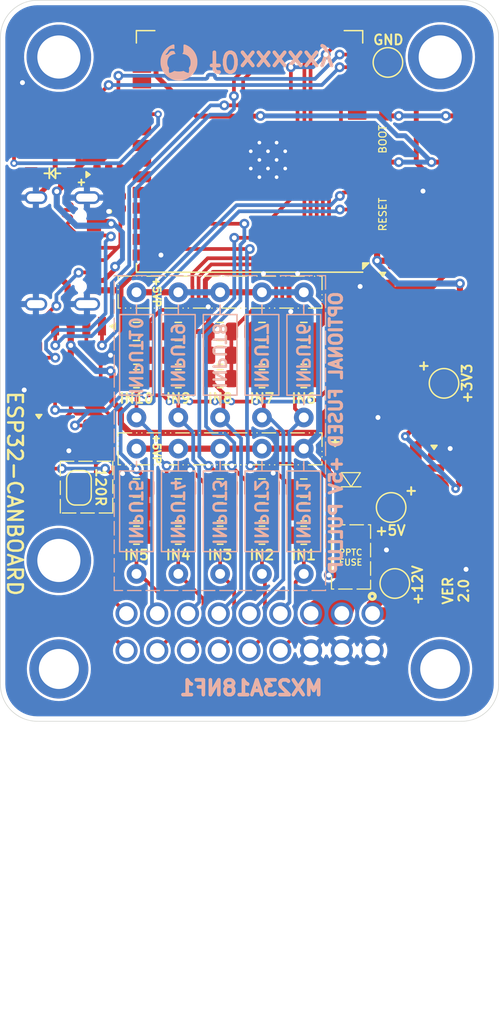
<source format=kicad_pcb>
(kicad_pcb (version 20240108) (generator "pcbnew") (generator_version "8.0")
  (layers (0 "F.Cu" signal) (31 "B.Cu" signal) (34 "B.Paste" user) (35 "F.Paste" user) (36 "B.SilkS" user "B.Silkscreen") (37 "F.SilkS" user "F.Silkscreen") (38 "B.Mask" user) (39 "F.Mask" user) (44 "Edge.Cuts" user))
  (net 0 "")
  (net 1 "GND")
  (net 2 "+12V")
  (net 3 "Net-(C4-Pad2)")
  (net 4 "Net-(U1-SW)")
  (net 5 "Net-(D1-A)")
  (net 6 "+5V")
  (net 7 "+3V3")
  (net 8 "Net-(U3-EN)")
  (net 9 "Net-(C11-Pad1)")
  (net 10 "Net-(C13-Pad1)")
  (net 11 "USB_VBUS")
  (net 12 "AIN1")
  (net 13 "AIN2")
  (net 14 "AIN3")
  (net 15 "AIN4")
  (net 16 "AIN5")
  (net 17 "AIN6")
  (net 18 "AIN7")
  (net 19 "AIN8")
  (net 20 "AIN9")
  (net 21 "AIN10")
  (net 22 "CAN1_L")
  (net 23 "INPUT7")
  (net 24 "INPUT5")
  (net 25 "INPUT6")
  (net 26 "INPUT2")
  (net 27 "INPUT9")
  (net 28 "INPUT4")
  (net 29 "INPUT10")
  (net 30 "INPUT8")
  (net 31 "INPUT1")
  (net 32 "INPUT3")
  (net 33 "CAN1_H")
  (net 36 "Net-(CONN2-CC1)")
  (net 37 "Net-(CONN2-CC2)")
  (net 38 "CAN1_TX")
  (net 39 "CAN1_RX")
  (net 40 "Net-(JP2-B)")
  (net 41 "Net-(LED1-K)")
  (net 42 "Net-(LED2-K)")
  (net 43 "Net-(U1-BOOT)")
  (net 44 "Net-(U1-FB)")
  (net 45 "Net-(R6-Pad1)")
  (net 46 "Net-(U3-IO38)")
  (net 47 "Net-(U3-USB_D+)")
  (net 48 "Net-(U3-USB_D-)")
  (net 68 "Net-(U3-IO0)")
  (net 71 "+5VP")
  (net 74 "Net-(CONN2-D+-PadA6)")
  (net 75 "Net-(CONN2-D--PadA7)")
  (footprint "" (layer "F.Cu") (at 125.75 74.6)
    (property "Reference" "MH2" (hide yes))
    (property "Value" "MH2" (hide yes))
  )
  (footprint "Resistor_SMD:R_0805_2012Metric" (layer "F.Cu") (at 99.55 79.1075 -90)
    (property "Reference" "R11" (hide yes))
    (property "Value" "22R" (hide yes))
  )
  (footprint "Resistor_SMD:R_0805_2012Metric" (layer "F.Cu") (at 119.4275 100.49)
    (property "Reference" "R5" (hide yes))
    (property "Value" "120R" (hide yes))
  )
  (footprint "Resistor_SMD:R_1206_3216Metric" (layer "F.Cu") (at 93.5 109.552857 90)
    (property "Reference" "R7" (hide yes))
    (property "Value" "120R 0.25W" (hide yes))
  )
  (footprint "Capacitor_SMD:C_0805_2012Metric" (layer "F.Cu") (at 118.06 94.75 180)
    (property "Reference" "C8" (hide yes))
    (property "Value" "10uF" (hide yes))
  )
  (footprint "Resistor_SMD:R_0805_2012Metric" (layer "F.Cu") (at 114.66 111.5025 180)
    (property "Reference" "R16" (hide yes))
    (property "Value" "10K" (hide yes))
  )
  (footprint "Diode_SMD:D_SMA" (layer "F.Cu") (at 118.51 108.9 90)
    (property "Reference" "D1" (hide yes))
    (property "Value" "Scho (SS33)" (hide yes))
  )
  (footprint "Package_TO_SOT_SMD:SOT-223" (layer "F.Cu") (at 124.2 95.72)
    (property "Reference" "U2" (hide yes))
    (property "Value" "LD1117S33CTR" (hide yes))
  )
  (footprint "Resistor_SMD:R_0805_2012Metric" (layer "F.Cu") (at 97.65 79.1075 -90)
    (property "Reference" "R12" (hide yes))
    (property "Value" "22R" (hide yes))
  )
  (footprint "SMNR4020-5R6MT:SMNR4020-5R6MT" (layer "F.Cu") (at 122.2625 107.45)
    (property "Reference" "L1" (hide yes))
    (property "Value" "5.6uH" (hide yes))
  )
  (footprint "Resistor_SMD:R_0805_2012Metric" (layer "F.Cu") (at 104.46 113.4)
    (property "Reference" "R25" (hide yes))
    (property "Value" "4K7" (hide yes))
  )
  (footprint "Resistor_SMD:R_0805_2012Metric" (layer "F.Cu") (at 122.8125 102.405 180)
    (property "Reference" "R3" (hide yes))
    (property "Value" "10K" (hide yes))
  )
  (footprint "Package_TO_SOT_SMD:SOT-23-3" (layer "F.Cu") (at 94.425 105.45)
    (property "Reference" "ESD2" (hide yes))
    (property "Value" "NUP2105LT1G" (hide yes))
  )
  (footprint "Resistor_SMD:R_0805_2012Metric" (layer "F.Cu") (at 91.97 96.38 180)
    (property "Reference" "R13" (hide yes))
    (property "Value" "5K1" (hide yes))
  )
  (footprint "TS-1187A-B-A-B:SW_TS-1187A-B-A-B" (layer "F.Cu") (at 124.29375 87.352857)
    (property "Reference" "SW2" (hide yes))
    (property "Value" "RESET" (hide yes))
  )
  (footprint "Resistor_SMD:R_0805_2012Metric" (layer "F.Cu") (at 104.46 111.5)
    (property "Reference" "R26" (hide yes))
    (property "Value" "10K" (hide yes))
  )
  (footprint "Capacitor_SMD:C_0805_2012Metric" (layer "F.Cu") (at 126.9 114.625)
    (property "Reference" "C1" (hide yes))
    (property "Value" "10uF" (hide yes))
  )
  (footprint "Capacitor_SMD:C_0805_2012Metric" (layer "F.Cu") (at 126.9 110.675)
    (property "Reference" "C3" (hide yes))
    (property "Value" "100nF" (hide yes))
  )
  (footprint "Resistor_SMD:R_0805_2012Metric" (layer "F.Cu") (at 91.79 79.1075 90)
    (property "Reference" "R9" (hide yes))
    (property "Value" "10K" (hide yes))
  )
  (footprint "Package_TO_SOT_SMD:SOT-23-6" (layer "F.Cu") (at 126.55 107.95)
    (property "Reference" "U1" (hide yes))
    (property "Value" "TPS56339DDCR" (hide yes))
  )
  (footprint "Resistor_SMD:R_0805_2012Metric" (layer "F.Cu") (at 114.6625 98.795 180)
    (property "Reference" "R40" (hide yes))
    (property "Value" "10K" (hide yes))
  )
  (footprint "Capacitor_SMD:C_0805_2012Metric" (layer "F.Cu") (at 107.86 109.57 180)
    (property "Reference" "C17" (hide yes))
    (property "Value" "10uF" (hide yes))
  )
  (footprint "Resistor_SMD:R_0805_2012Metric" (layer "F.Cu") (at 104.46 100.7)
    (property "Reference" "R38" (hide yes))
    (property "Value" "4K7" (hide yes))
  )
  (footprint "Resistor_SMD:R_0805_2012Metric" (layer "F.Cu") (at 111.26 98.8)
    (property "Reference" "R41" (hide yes))
    (property "Value" "10K" (hide yes))
  )
  (footprint "MCP2562T-E_SN:SOIC127P600X175-8N" (layer "F.Cu") (at 96.35 99.14 -90)
    (property "Reference" "IC1" (hide yes))
    (property "Value" "MCP2562T-E_SN" (hide yes))
  )
  (footprint "" (layer "F.Cu") (at 94.75 74.6)
    (property "Reference" "MH3" (hide yes))
    (property "Value" "MH3" (hide yes))
  )
  (footprint "MX23A18NF1:MX23A18NF1" (layer "F.Cu") (at 110.25 119.6545)
    (property "Reference" "CONN1" (hide yes))
    (property "Value" "MX23A18NF1" (hide yes))
  )
  (footprint "TestPoint:TestPoint_Pad_D2.0mm" (layer "F.Cu") (at 126.06 101.08)
    (property "Reference" "TP3" (hide yes))
    (property "Value" "3V3TP" (hide yes))
  )
  (footprint "Capacitor_SMD:C_0805_2012Metric" (layer "F.Cu") (at 126.3375 91.13 180)
    (property "Reference" "C9" (hide yes))
    (property "Value" "100nF" (hide yes))
  )
  (footprint "Capacitor_SMD:C_0805_2012Metric" (layer "F.Cu") (at 95.4 81.96 180)
    (property "Reference" "C14" (hide yes))
    (property "Value" "100nF" (hide yes))
  )
  (footprint "Resistor_SMD:R_0805_2012Metric" (layer "F.Cu") (at 111.26 111.5)
    (property "Reference" "R20" (hide yes))
    (property "Value" "10K" (hide yes))
  )
  (footprint "Capacitor_SMD:C_0805_2012Metric" (layer "F.Cu") (at 118.06 96.76 180)
    (property "Reference" "C7" (hide yes))
    (property "Value" "100nF" (hide yes))
  )
  (footprint "Capacitor_SMD:C_0805_2012Metric" (layer "F.Cu") (at 97.45 105.45 -90)
    (property "Reference" "C12" (hide yes))
    (property "Value" "100nF" (hide yes))
  )
  (footprint "Resistor_SMD:R_0805_2012Metric" (layer "F.Cu") (at 107.86 111.5 180)
    (property "Reference" "R23" (hide yes))
    (property "Value" "10K" (hide yes))
  )
  (footprint "" (layer "F.Cu") (at 94.75 115.45)
    (property "Reference" "MH1" (hide yes))
    (property "Value" "MH1" (hide yes))
  )
  (footprint "Resistor_SMD:R_0805_2012Metric" (layer "F.Cu") (at 122.9075 91.13)
    (property "Reference" "R8" (hide yes))
    (property "Value" "10K" (hide yes))
  )
  (footprint "Capacitor_SMD:C_0805_2012Metric" (layer "F.Cu") (at 107.86 96.87 180)
    (property "Reference" "C22" (hide yes))
    (property "Value" "10uF" (hide yes))
  )
  (footprint "Resistor_SMD:R_0805_2012Metric" (layer "F.Cu") (at 123.5125 114.6)
    (property "Reference" "R4" (hide yes))
    (property "Value" "300R" (hide yes))
  )
  (footprint "Capacitor_SMD:C_0805_2012Metric" (layer "F.Cu") (at 114.66 109.575 180)
    (property "Reference" "C15" (hide yes))
    (property "Value" "10uF" (hide yes))
  )
  (footprint "Resistor_SMD:R_0805_2012Metric" (layer "F.Cu") (at 101.06 100.7 180)
    (property "Reference" "R39" (hide yes))
    (property "Value" "4K7" (hide yes))
  )
  (footprint "Jumper:SolderJumper-2_P1.3mm_Open_RoundedPad1.0x1.5mm" (layer "F.Cu") (at 96.3825 109.552857 90)
    (property "Reference" "JP2" (hide yes))
    (property "Value" "TERM_SB" (hide yes))
  )
  (footprint "Resistor_SMD:R_0805_2012Metric" (layer "F.Cu") (at 122.8125 104.3 180)
    (property "Reference" "R2" (hide yes))
    (property "Value" "56K" (hide yes))
  )
  (footprint "Capacitor_SMD:C_0805_2012Metric" (layer "F.Cu") (at 118.52 104.42)
    (property "Reference" "C6" (hide yes))
    (property "Value" "22uF" (hide yes))
  )
  (footprint "Resistor_SMD:R_0805_2012Metric" (layer "F.Cu") (at 114.6625 100.695 180)
    (property "Reference" "R35" (hide yes))
    (property "Value" "4K7" (hide yes))
  )
  (footprint "Capacitor_SMD:C_0805_2012Metric" (layer "F.Cu") (at 93.73 79.07 90)
    (property "Reference" "C11" (hide yes))
    (property "Value" "20pF" (hide yes))
  )
  (footprint "Resistor_SMD:R_0805_2012Metric" (layer "F.Cu") (at 107.86 113.4 180)
    (property "Reference" "R22" (hide yes))
    (property "Value" "4K7" (hide yes))
  )
  (footprint "RF_Module:ESP32-S3-WROOM-1U" (layer "F.Cu") (at 110.25 82.26 180)
    (property "Reference" "U3" (hide yes))
    (property "Value" "ESP32-S3-WROOM-1U-N8R8" (hide yes))
  )
  (footprint "Capacitor_SMD:C_0805_2012Metric" (layer "F.Cu") (at 101.06 109.57 180)
    (property "Reference" "C19" (hide yes))
    (property "Value" "10uF" (hide yes))
  )
  (footprint "Resistor_SMD:R_0805_2012Metric" (layer "F.Cu") (at 111.26 100.7)
    (property "Reference" "R36" (hide yes))
    (property "Value" "4K7" (hide yes))
  )
  (footprint "Resistor_SMD:R_0805_2012Metric" (layer "F.Cu") (at 101.06 111.5 180)
    (property "Reference" "R29" (hide yes))
    (property "Value" "10K" (hide yes))
  )
  (footprint "Resistor_SMD:R_0805_2012Metric" (layer "F.Cu") (at 101.06 113.4 180)
    (property "Reference" "R28" (hide yes))
    (property "Value" "4K7" (hide yes))
  )
  (footprint "TestPoint:TestPoint_Pad_D2.0mm" (layer "F.Cu") (at 121.5 75.04)
    (property "Reference" "TP2" (hide yes))
    (property "Value" "GND" (hide yes))
  )
  (footprint "Capacitor_SMD:C_0805_2012Metric" (layer "F.Cu") (at 119.4 102.43)
    (property "Reference" "C5" (hide yes))
    (property "Value" "22uF" (hide yes))
  )
  (footprint "Capacitor_SMD:C_0805_2012Metric" (layer "F.Cu") (at 126.9 112.65)
    (property "Reference" "C2" (hide yes))
    (property "Value" "10uF" (hide yes))
  )
  (footprint "Resistor_SMD:R_0805_2012Metric" (layer "F.Cu") (at 107.86 98.8 180)
    (property "Reference" "R42" (hide yes))
    (property "Value" "10K" (hide yes))
  )
  (footprint "Capacitor_SMD:C_0805_2012Metric" (layer "F.Cu") (at 111.26 96.87)
    (property "Reference" "C21" (hide yes))
    (property "Value" "10uF" (hide yes))
  )
  (footprint "Resistor_SMD:R_0805_2012Metric" (layer "F.Cu") (at 101.06 98.8 180)
    (property "Reference" "R44" (hide yes))
    (property "Value" "10K" (hide yes))
  )
  (footprint "KH-TYPE-C-16P:KINGHELM_KH-TYPE-C-16P" (layer "F.Cu") (at 92.88 90.33 -90)
    (property "Reference" "CONN2" (hide yes))
    (property "Value" "KH-TYPE-C-16P" (hide yes))
  )
  (footprint "Capacitor_SMD:C_0805_2012Metric" (layer "F.Cu") (at 104.46 109.57)
    (property "Reference" "C18" (hide yes))
    (property "Value" "10uF" (hide yes))
  )
  (footprint "TestPoint:TestPoint_Pad_D2.0mm" (layer "F.Cu") (at 122.06 117.32)
    (property "Reference" "TP4" (hide yes))
    (property "Value" "12VTP" (hide yes))
  )
  (footprint "Capacitor_SMD:C_0805_2012Metric" (layer "F.Cu") (at 101.06 96.87 180)
    (property "Reference" "C24" (hide yes))
    (property "Value" "10uF" (hide yes))
  )
  (footprint "Capacitor_SMD:C_0805_2012Metric" (layer "F.Cu") (at 91.9325 100.23 180)
    (property "Reference" "C10" (hide yes))
    (property "Value" "100nF" (hide yes))
  )
  (footprint "TO_SOT_SMD:DIODE-SOD-123" (layer "F.Cu") (at 94.2 84.04 180)
    (property "Reference" "D2" (hide yes))
    (property "Value" "Sch (DSK110)" (hide yes))
  )
  (footprint "Capacitor_SMD:C_0805_2012Metric" (layer "F.Cu") (at 104.46 96.87)
    (property "Reference" "C23" (hide yes))
    (property "Value" "10uF" (hide yes))
  )
  (footprint "Resistor_SMD:R_0805_2012Metric" (layer "F.Cu") (at 122.1875 77.49)
    (property "Reference" "R6" (hide yes))
    (property "Value" "10K" (hide yes))
  )
  (footprint "LED_SMD:LED_0805_2012Metric" (layer "F.Cu") (at 124.225 111.3625 90)
    (property "Reference" "LED1" (hide yes))
    (property "Value" "0805_Green" (hide yes))
  )
  (footprint "Resistor_SMD:R_0805_2012Metric" (layer "F.Cu") (at 107.86 100.7 180)
    (property "Reference" "R37" (hide yes))
    (property "Value" "4K7" (hide yes))
  )
  (footprint "Resistor_SMD:R_0805_2012Metric" (layer "F.Cu") (at 114.66 113.405 180)
    (property "Reference" "R15" (hide yes))
    (property "Value" "4K7" (hide yes))
  )
  (footprint "Resistor_SMD:R_0805_2012Metric" (layer "F.Cu") (at 111.26 113.4)
    (property "Reference" "R19" (hide yes))
    (property "Value" "4K7" (hide yes))
  )
  (footprint "TestPoint:TestPoint_Pad_D2.0mm" (layer "F.Cu") (at 121.76 111.15)
    (property "Reference" "TP1" (hide yes))
    (property "Value" "5VTP" (hide yes))
  )
  (footprint "Resistor_SMD:R_0805_2012Metric" (layer "F.Cu") (at 127.65 104.55 -90)
    (property "Reference" "R1" (hide yes))
    (property "Value" "33R" (hide yes))
  )
  (footprint "Capacitor_SMD:C_0805_2012Metric" (layer "F.Cu") (at 95.7 79.07 90)
    (property "Reference" "C13" (hide yes))
    (property "Value" "20pF" (hide yes))
  )
  (footprint "LED_SMD:LED_0805_2012Metric" (layer "F.Cu") (at 122.8025 100.51)
    (property "Reference" "LED2" (hide yes))
    (property "Value" "0805_Yellow" (hide yes))
  )
  (footprint "Resistor_SMD:R_0805_2012Metric" (layer "F.Cu") (at 91.97 98.28 180)
    (property "Reference" "R14" (hide yes))
    (property "Value" "5K1" (hide yes))
  )
  (footprint "Resistor_SMD:R_0805_2012Metric" (layer "F.Cu") (at 104.46 98.8)
    (property "Reference" "R43" (hide yes))
    (property "Value" "10K" (hide yes))
  )
  (footprint "Capacitor_SMD:C_0805_2012Metric" (layer "F.Cu") (at 125.475 104.55 90)
    (property "Reference" "C4" (hide yes))
    (property "Value" "100nF" (hide yes))
  )
  (footprint "Package_TO_SOT_SMD:SOT-23-6" (layer "F.Cu") (at 98.8 82.8375 90)
    (property "Reference" "ESD1" (hide yes))
    (property "Value" "USBLC6-2SC6" (hide yes))
  )
  (footprint "Resistor_SMD:R_0805_2012Metric" (layer "F.Cu") (at 92.0175 81.96)
    (property "Reference" "R10" (hide yes))
    (property "Value" "4K7" (hide yes))
  )
  (footprint "1206L050YR:1206L05015YR" (layer "F.Cu") (at 118.5 115.165 -90)
    (property "Reference" "F1" (hide yes))
    (property "Value" "1206L050YR" (hide yes))
  )
  (footprint "TS-1187A-B-A-B:SW_TS-1187A-B-A-B" (layer "F.Cu") (at 124.29375 81.255)
    (property "Reference" "SW1" (hide yes))
    (property "Value" "BOOT" (hide yes))
  )
  (footprint "Capacitor_SMD:C_0805_2012Metric" (layer "F.Cu") (at 111.26 109.57)
    (property "Reference" "C16" (hide yes))
    (property "Value" "10uF" (hide yes))
  )
  (footprint "Capacitor_SMD:C_0805_2012Metric" (layer "F.Cu") (at 114.6625 96.87 180)
    (property "Reference" "C20" (hide yes))
    (property "Value" "10uF" (hide yes))
  )
  (footprint "graphics:github_3mmx3mm" (layer "B.Cu") (at 104.513212 75.01)
    (property "Reference" "G***" (hide yes))
    (property "Value" "LOGO" (hide yes))
  )
  (footprint "Resistor_THT:R_Axial_DIN0207_L6.3mm_D2.5mm_P10.16mm_Horizontal" (layer "B.Cu") (at 111.26 106.38 -90)
    (property "Reference" "R18" (hide yes))
    (property "Value" "OPTIONAL" (hide yes))
  )
  (footprint "Resistor_THT:R_Axial_DIN0207_L6.3mm_D2.5mm_P10.16mm_Horizontal" (layer "B.Cu") (at 101.06 106.38 -90)
    (property "Reference" "R27" (hide yes))
    (property "Value" "OPTIONAL" (hide yes))
  )
  (footprint "Resistor_THT:R_Axial_DIN0207_L6.3mm_D2.5mm_P10.16mm_Horizontal" (layer "B.Cu") (at 107.86 93.69 -90)
    (property "Reference" "R32" (hide yes))
    (property "Value" "OPTIONAL" (hide yes))
  )
  (footprint "Resistor_THT:R_Axial_DIN0207_L6.3mm_D2.5mm_P10.16mm_Horizontal" (layer "B.Cu") (at 114.66 93.69 -90)
    (property "Reference" "R30" (hide yes))
    (property "Value" "OPTIONAL" (hide yes))
  )
  (footprint "Resistor_THT:R_Axial_DIN0207_L6.3mm_D2.5mm_P10.16mm_Horizontal" (layer "B.Cu") (at 104.46 106.38 -90)
    (property "Reference" "R24" (hide yes))
    (property "Value" "OPTIONAL" (hide yes))
  )
  (footprint "Resistor_THT:R_Axial_DIN0207_L6.3mm_D2.5mm_P10.16mm_Horizontal" (layer "B.Cu") (at 101.06 93.69 -90)
    (property "Reference" "R34" (hide yes))
    (property "Value" "OPTIONAL" (hide yes))
  )
  (footprint "Resistor_THT:R_Axial_DIN0207_L6.3mm_D2.5mm_P10.16mm_Horizontal" (layer "B.Cu") (at 114.66 106.38 -90)
    (property "Reference" "R17" (hide yes))
    (property "Value" "OPTIONAL" (hide yes))
  )
  (footprint "Resistor_THT:R_Axial_DIN0207_L6.3mm_D2.5mm_P10.16mm_Horizontal" (layer "B.Cu") (at 107.86 106.38 -90)
    (property "Reference" "R21" (hide yes))
    (property "Value" "OPTIONAL" (hide yes))
  )
  (footprint "Resistor_THT:R_Axial_DIN0207_L6.3mm_D2.5mm_P10.16mm_Horizontal" (layer "B.Cu") (at 104.46 93.69 -90)
    (property "Reference" "R33" (hide yes))
    (property "Value" "OPTIONAL" (hide yes))
  )
  (footprint "Resistor_THT:R_Axial_DIN0207_L6.3mm_D2.5mm_P10.16mm_Horizontal" (layer "B.Cu") (at 111.26 93.69 -90)
    (property "Reference" "R31" (hide yes))
    (property "Value" "OPTIONAL" (hide yes))
  )
  (gr_rect (start 99.25 92.34) (end 116.43 117.89) (stroke (width 0.1) (type dash)) (fill none) (layer "B.SilkS"))
  (gr_rect (start 116.91 112.5575) (end 120.09 117.7725) (stroke (width 0.1) (type dash)) (fill none) (layer "F.SilkS"))
  (gr_rect (start 99.5675 92.385) (end 116.1425 94.975) (stroke (width 0.1) (type dash_dot_dot)) (fill none) (layer "F.SilkS"))
  (gr_rect (start 94.8675 107.4) (end 99.1325 111.6) (stroke (width 0.1) (type dash)) (fill none) (layer "F.SilkS"))
  (gr_rect (start 99.5675 105.1) (end 116.1425 107.69) (stroke (width 0.1) (type dash_dot_dot)) (fill none) (layer "F.SilkS"))
  (gr_line (start 90 73) (end 90 125.5) (stroke (width 0.05)) (layer "Edge.Cuts"))
  (gr_line (start 127.5 70) (end 93 70) (stroke (width 0.05)) (layer "Edge.Cuts"))
  (gr_line (start 130.5 125.5) (end 130.5 73) (stroke (width 0.05)) (layer "Edge.Cuts"))
  (gr_arc (start 93 128.5) (mid 90.87868 127.62132) (end 90 125.5) (stroke (width 0.05)) (layer "Edge.Cuts"))
  (gr_arc (start 130.5 125.5) (mid 129.62132 127.62132) (end 127.5 128.5) (stroke (width 0.05)) (layer "Edge.Cuts"))
  (gr_line (start 93 128.5) (end 127.5 128.5) (stroke (width 0.05)) (layer "Edge.Cuts"))
  (gr_arc (start 127.5 70) (mid 129.62132 70.87868) (end 130.5 73) (stroke (width 0.05)) (layer "Edge.Cuts"))
  (gr_arc (start 90 73) (mid 90.87868 70.87868) (end 93 70) (stroke (width 0.05)) (layer "Edge.Cuts"))
  (gr_text "INPUT5" (at 100.396 114.302857 270) (layer "B.SilkS") (effects (font (size 1 1) (thickness 0.2) (bold yes)) (justify left bottom mirror)))
  (gr_text "f0xxxxxy" (at 106.813212 74.008275 180) (layer "B.SilkS") (effects (font (size 1.6 1.6) (thickness 0.3) (bold yes)) (justify left bottom mirror)))
  (gr_text "INPUT3" (at 107.196 114.302857 270) (layer "B.SilkS") (effects (font (size 1 1) (thickness 0.2) (bold yes)) (justify left bottom mirror)))
  (gr_text "INPUT8" (at 107.196 101.612857 -90) (layer "B.SilkS") (effects (font (size 1 1) (thickness 0.2) (bold yes)) (justify left bottom mirror)))
  (gr_text "INPUT10" (at 100.396 102.089048 270) (layer "B.SilkS") (effects (font (size 1 1) (thickness 0.2) (bold yes)) (justify left bottom mirror)))
  (gr_text "INPUT7" (at 110.596 101.612857 270) (layer "B.SilkS") (effects (font (size 1 1) (thickness 0.2) (bold yes)) (justify left bottom mirror)))
  (gr_text "OPTIONAL FUSED +5V PULLUP" (at 117.86 105.115 90) (layer "B.SilkS") (effects (font (size 1 1) (thickness 0.25) (bold yes)) (justify bottom mirror)))
  (gr_text "INPUT6" (at 113.996 101.612857 270) (layer "B.SilkS") (effects (font (size 1 1) (thickness 0.2) (bold yes)) (justify left bottom mirror)))
  (gr_text "INPUT9" (at 103.796 101.612857 270) (layer "B.SilkS") (effects (font (size 1 1) (thickness 0.2) (bold yes)) (justify left bottom mirror)))
  (gr_text "INPUT4" (at 103.796 114.302857 270) (layer "B.SilkS") (effects (font (size 1 1) (thickness 0.2) (bold yes)) (justify left bottom mirror)))
  (gr_text "INPUT1" (at 113.996 114.302857 270) (layer "B.SilkS") (effects (font (size 1 1) (thickness 0.2) (bold yes)) (justify left bottom mirror)))
  (gr_text "MX23A18NF1" (at 116.351428 126.5 0) (layer "B.SilkS") (effects (font (size 1.2 1.2) (thickness 0.3) (bold yes)) (justify left bottom mirror)))
  (gr_text "INPUT2" (at 110.596 114.302857 270) (layer "B.SilkS") (effects (font (size 1 1) (thickness 0.2) (bold yes)) (justify left bottom mirror)))
  (gr_text "IN7" (at 111.26 102.77 0) (layer "F.SilkS") (effects (font (size 0.8 0.8) (thickness 0.16) (bold yes)) (justify bottom)))
  (gr_text "+" (at 122.79 110.22 0) (layer "F.SilkS") (effects (font (size 0.8 0.8) (thickness 0.16) (bold yes)) (justify left bottom)))
  (gr_text "VER\n2.0" (at 128.1324 117.905238 90) (layer "F.SilkS") (effects (font (size 0.8 0.8) (thickness 0.16) (bold yes)) (justify bottom)))
  (gr_text "+5VP" (at 102.35 106.395 270) (layer "F.SilkS") (effects (font (size 0.6 0.6) (thickness 0.15) (bold yes)) (justify bottom)))
  (gr_text "BOOT" (at 121.43 82.502143 90) (layer "F.SilkS") (effects (font (size 0.6 0.6) (thickness 0.1) (bold yes)) (justify left bottom)))
  (gr_text "IN6" (at 114.66 102.77 0) (layer "F.SilkS") (effects (font (size 0.8 0.8) (thickness 0.16) (bold yes)) (justify bottom)))
  (gr_text "RESET" (at 121.43 88.8 90) (layer "F.SilkS") (effects (font (size 0.6 0.6) (thickness 0.1) (bold yes)) (justify left bottom)))
  (gr_text "+12V" (at 124.38 119.17 90) (layer "F.SilkS") (effects (font (size 0.8 0.8) (thickness 0.16) (bold yes)) (justify left bottom)))
  (gr_text "IN8" (at 107.86 102.77 0) (layer "F.SilkS") (effects (font (size 0.8 0.8) (thickness 0.16) (bold yes)) (justify bottom)))
  (gr_text "+5VP" (at 102.35 93.68 270) (layer "F.SilkS") (effects (font (size 0.6 0.6) (thickness 0.15) (bold yes)) (justify bottom)))
  (gr_text "IN10" (at 101.06 102.77 0) (layer "F.SilkS") (effects (font (size 0.8 0.8) (thickness 0.16) (bold yes)) (justify bottom)))
  (gr_text "+" (at 116.58 106.27 0) (layer "F.SilkS") (effects (font (size 0.8 0.8) (thickness 0.2) (bold yes)) (justify left bottom)))
  (gr_text "+" (at 123.82 100.08 0) (layer "F.SilkS") (effects (font (size 0.8 0.8) (thickness 0.16) (bold yes)) (justify left bottom)))
  (gr_text "IN2" (at 111.25 115.48 0) (layer "F.SilkS") (effects (font (size 0.8 0.8) (thickness 0.16) (bold yes)) (justify bottom)))
  (gr_text "PPTC\nFUSE" (at 117.459524 115.899486 0) (layer "F.SilkS") (effects (font (size 0.5 0.5) (thickness 0.1) (bold yes)) (justify left bottom)))
  (gr_text "IN3" (at 107.85 115.48 0) (layer "F.SilkS") (effects (font (size 0.8 0.8) (thickness 0.16) (bold yes)) (justify bottom)))
  (gr_text "+5V" (at 120.38 113.49 0) (layer "F.SilkS") (effects (font (size 0.8 0.8) (thickness 0.16) (bold yes)) (justify left bottom)))
  (gr_text "ESP32-CANBOARD" (at 90.47 101.61 270) (layer "F.SilkS") (effects (font (size 1.2 1.2) (thickness 0.2) (bold yes)) (justify left bottom)))
  (gr_text "+3V3" (at 128.4 102.8 90) (layer "F.SilkS") (effects (font (size 0.8 0.8) (thickness 0.16) (bold yes)) (justify left bottom)))
  (gr_text "IN1" (at 114.65 115.48 0) (layer "F.SilkS") (effects (font (size 0.8 0.8) (thickness 0.16) (bold yes)) (justify bottom)))
  (gr_text "IN4" (at 104.45 115.48 0) (layer "F.SilkS") (effects (font (size 0.8 0.8) (thickness 0.16) (bold yes)) (justify bottom)))
  (gr_text "IN9" (at 104.46 102.77 0) (layer "F.SilkS") (effects (font (size 0.8 0.8) (thickness 0.16) (bold yes)) (justify bottom)))
  (gr_text "IN5" (at 101.05 115.48 0) (layer "F.SilkS") (effects (font (size 0.8 0.8) (thickness 0.16) (bold yes)) (justify bottom)))
  (gr_text "GND" (at 120.21 73.68 0) (layer "F.SilkS") (effects (font (size 0.8 0.8) (thickness 0.16) (bold yes)) (justify left bottom)))
  (gr_text "120R" (at 97.6825 107.85 -90) (layer "F.SilkS") (effects (font (size 0.8 0.8) (thickness 0.16) (bold yes)) (justify left bottom)))
  (segment (start 106.9475 98.8) (end 106.9475 96.9075) (width 0.4) (layer "F.Cu") (net 1))
  (segment (start 120.12 104.42) (end 120.69 103.85) (width 0.5) (layer "F.Cu") (net 1))
  (segment (start 100.11 97.42) (end 100.11 96.87) (width 0.3) (layer "F.Cu") (net 1))
  (segment (start 99.75 93.232233) (end 99.75 96.51) (width 0.5) (layer "F.Cu") (net 1))
  (segment (start 124.35 85.47) (end 124.36 85.48) (width 0.4) (layer "F.Cu") (net 1))
  (segment (start 97.03 94.65) (end 97.5 94.65) (width 0.5) (layer "F.Cu") (net 1))
  (segment (start 117.915 93.22) (end 119.24 93.22) (width 0.6) (layer "F.Cu") (net 1))
  (segment (start 102.292233 90.69) (end 99.75 93.232233) (width 0.5) (layer "F.Cu") (net 1))
  (segment (start 105.3725 98.8) (end 105.3725 96.9075) (width 0.4) (layer "F.Cu") (net 1))
  (segment (start 93.73 78.12) (end 95.7 78.12) (width 0.4) (layer "F.Cu") (net 1))
  (segment (start 102.302233 90.68) (end 102.292233 90.69) (width 0.5) (layer "F.Cu") (net 1))
  (segment (start 100.11 108.58) (end 100.11 109.57) (width 0.3) (layer "F.Cu") (net 1))
  (segment (start 98.15 101.735) (end 98.15 99.6) (width 0.3) (layer "F.Cu") (net 1))
  (segment (start 123.1 76.64) (end 121.5 75.04) (width 0.4) (layer "F.Cu") (net 1))
  (segment (start 127.85 114.625) (end 127.85 116.17) (width 0.5) (layer "F.Cu") (net 1))
  (segment (start 96.985 98.435) (end 96.985 96.44) (width 0.3) (layer "F.Cu") (net 1))
  (segment (start 113.46 92.874237) (end 113.46 95.11) (width 0.4) (layer "F.Cu") (net 1))
  (segment (start 117.11 94.75) (end 117.11 96.76) (width 0.6) (layer "F.Cu") (net 1))
  (segment (start 114.159032 92.175205) (end 113.46 92.874237) (width 0.4) (layer "F.Cu") (net 1))
  (segment (start 127.2875 91.13) (end 124.9975 93.42) (width 0.4) (layer "F.Cu") (net 1))
  (segment (start 120.85 93.22) (end 121.05 93.42) (width 0.6) (layer "F.Cu") (net 1))
  (segment (start 118.525 100.605) (end 120.35 102.43) (width 0.5) (layer "F.Cu") (net 1))
  (segment (start 111.28 92.08) (end 107.29 92.08) (width 0.4) (layer "F.Cu") (net 1))
  (segment (start 118.525 100.51) (end 118.525 100.605) (width 0.2) (layer "F.Cu") (net 1))
  (segment (start 124.35 83.71) (end 123.8 83.16) (width 0.4) (layer "F.Cu") (net 1))
  (segment (start 99.93 108.4) (end 100.11 108.58) (width 0.3) (layer "F.Cu") (net 1))
  (segment (start 124.9975 93.42) (end 121.05 93.42) (width 0.4) (layer "F.Cu") (net 1))
  (segment (start 113.75 96.939912) (end 113.75 98.795) (width 0.3) (layer "F.Cu") (net 1))
  (segment (start 105.5 108.1) (end 105.3725 108.2275) (width 0.3) (layer "F.Cu") (net 1))
  (segment (start 121.915 102.625) (end 121.875 102.625) (width 0.5) (layer "F.Cu") (net 1))
  (segment (start 98.95 98.58) (end 100.11 97.42) (width 0.3) (layer "F.Cu") (net 1))
  (segment (start 98.8 87.05) (end 98.8 83.312501) (width 0.4) (layer "F.Cu") (net 1))
  (segment (start 113.82 96.87) (end 113.7125 96.87) (width 0.3) (layer "F.Cu") (net 1))
  (segment (start 124.35 85.48) (end 124.35 83.71) (width 0.4) (layer "F.Cu") (net 1))
  (segment (start 120.35 103.51) (end 120.69 103.85) (width 0.5) (layer "F.Cu") (net 1))
  (segment (start 95.5625 106.55) (end 97.3 106.55) (width 0.3) (layer "F.Cu") (net 1))
  (segment (start 111.38 92.18) (end 111.28 92.08) (width 0.4) (layer "F.Cu") (net 1))
  (segment (start 105.3725 108.2275) (end 105.3725 111.5) (width 0.3) (layer "F.Cu") (net 1))
  (segment (start 119.24 90.91) (end 119 90.67) (width 0.6) (layer "F.Cu") (net 1))
  (segment (start 98.95 98.8) (end 98.95 98.58) (width 0.3) (layer "F.Cu") (net 1))
  (segment (start 119.47 104.42) (end 120.12 104.42) (width 0.5) (layer "F.Cu") (net 1))
  (segment (start 98.255 101.84) (end 98.15 101.735) (width 0.3) (layer "F.Cu") (net 1))
  (segment (start 124.35 85.48) (end 127.29375 85.48) (width 0.4) (layer "F.Cu") (net 1))
  (segment (start 121.875 102.625) (end 120.69 103.81) (width 0.45) (layer "F.Cu") (net 1))
  (segment (start 120.35 102.43) (end 120.35 103.51) (width 0.5) (layer "F.Cu") (net 1))
  (segment (start 102.272233 90.67) (end 102.292233 90.69) (width 0.5) (layer "F.Cu") (net 1))
  (segment (start 123.8 78.19) (end 123.1 77.49) (width 0.4) (layer "F.Cu") (net 1))
  (segment (start 119.24 93.22) (end 120.85 93.22) (width 0.6) (layer "F.Cu") (net 1))
  (segment (start 94.45 84.44) (end 92.88 86.01) (width 0.4) (layer "F.Cu") (net 1))
  (segment (start 105.5 108.1) (end 106.9475 109.5475) (width 0.3) (layer "F.Cu") (net 1))
  (segment (start 124.35 85.48) (end 121.29375 85.48) (width 0.4) (layer "F.Cu") (net 1))
  (segment (start 94.45 81.76) (end 94.45 84.44) (width 0.4) (layer "F.Cu") (net 1))
  (segment (start 112.21 96.87) (end 113.7125 96.87) (width 0.3) (layer "F.Cu") (net 1))
  (segment (start 91.865 78.12) (end 91.79 78.195) (width 0.4) (layer "F.Cu") (net 1))
  (segment (start 120.69 103.81) (end 120.69 103.85) (width 0.5) (layer "F.Cu") (net 1))
  (segment (start 106.89 94.87) (end 106.91 94.89) (width 0.2) (layer "F.Cu") (net 1))
  (segment (start 112.21 96.87) (end 112.21 98.7625) (width 0.3) (layer "F.Cu") (net 1))
  (segment (start 91.0575 96.38) (end 91.0575 100.155) (width 0.4) (layer "F.Cu") (net 1))
  (segment (start 100.1475 109.6075) (end 100.11 109.57) (width 0.2) (layer "F.Cu") (net 1))
  (segment (start 106.9475 109.5475) (end 106.9475 111.5) (width 0.3) (layer "F.Cu") (net 1))
  (segment (start 98.95 98.8) (end 100.1475 98.8) (width 0.3) (layer "F.Cu") (net 1))
  (segment (start 117.11 94.025) (end 117.915 93.22) (width 0.6) (layer "F.Cu") (net 1))
  (segment (start 123.1 77.49) (end 123.1 76.64) (width 0.4) (layer "F.Cu") (net 1))
  (segment (start 125.93 107) (end 126.56 106.37) (width 0.5) (layer "F.Cu") (net 1))
  (segment (start 90.9825 100.67) (end 91.9325 101.62) (width 0.4) (layer "F.Cu") (net 1))
  (segment (start 95.5625 105.45) (end 95.5625 106.55) (width 0.3) (layer "F.Cu") (net 1))
  (segment (start 123.8 83.16) (end 123.8 78.19) (width 0.4) (layer "F.Cu") (net 1))
  (segment (start 112.495 108.36) (end 112.1725 108.36) (width 0.3) (layer "F.Cu") (net 1))
  (segment (start 106.66 94.64) (end 106.76 94.74) (width 0.4) (layer "F.Cu") (net 1))
  (segment (start 98.8 87.13) (end 97.605 87.13) (width 0.4) (layer "F.Cu") (net 1))
  (segment (start 117.11 94.75) (end 117.11 94.025) (width 0.6) (layer "F.Cu") (net 1))
  (segment (start 90.9825 100.23) (end 90.9825 100.67) (width 0.4) (layer "F.Cu") (net 1))
  (segment (start 91.79 78.195) (end 91.79 76.68) (width 0.4) (layer "F.Cu") (net 1))
  (segment (start 98.8 83.312501) (end 98.8 83.975) (width 0.2) (layer "F.Cu") (net 1))
  (segment (start 103.05 90.68) (end 102.302233 90.68) (width 0.5) (layer "F.Cu") (net 1))
  (segment (start 102.292233 90.69) (end 99.452233 93.53) (width 0.5) (layer "F.Cu") (net 1))
  (segment (start 122.6 114.6) (end 121.38 114.6) (width 0.5) (layer "F.Cu") (net 1))
  (segment (start 98.15 99.6) (end 98.95 98.8) (width 0.3) (layer "F.Cu") (net 1))
  (segment (start 106.89 94.87) (end 106.76 94.74) (width 0.2) (layer "F.Cu") (net 1))
  (segment (start 107.29 92.08) (end 106.66 92.71) (width 0.4) (layer "F.Cu") (net 1))
  (segment (start 113.7125 95.3625) (end 113.6 95.25) (width 0.3) (layer "F.Cu") (net 1))
  (segment (start 113.7475 109.5975) (end 113.7475 111.5025) (width 0.3) (layer "F.Cu") (net 1))
  (segment (start 105.41 96.87) (end 106.91 96.87) (width 0.4) (layer "F.Cu") (net 1))
  (segment (start 113.7125 96.87) (end 113.7125 95.3625) (width 0.3) (layer "F.Cu") (net 1))
  (segment (start 106.66 92.71) (end 106.66 94.64) (width 0.4) (layer "F.Cu") (net 1))
  (segment (start 93.73 78.12) (end 91.865 78.12) (width 0.4) (layer "F.Cu") (net 1))
  (segment (start 112.21 98.7625) (end 112.1725 98.8) (width 0.3) (layer "F.Cu") (net 1))
  (segment (start 101.5 90.67) (end 102.272233 90.67) (width 0.5) (layer "F.Cu") (net 1))
  (segment (start 113.71 109.575) (end 112.495 108.36) (width 0.3) (layer "F.Cu") (net 1))
  (segment (start 113.46 95.11) (end 113.6 95.25) (width 0.4) (layer "F.Cu") (net 1))
  (segment (start 98.15 99.6) (end 96.985 98.435) (width 0.3) (layer "F.Cu") (net 1))
  (segment (start 106.91 94.89) (end 106.91 96.87) (width 0.4) (layer "F.Cu") (net 1))
  (segment (start 97.3 106.55) (end 97.45 106.4) (width 0.3) (layer "F.Cu") (net 1))
  (segment (start 99.452233 93.53) (end 97.605 93.53) (width 0.5) (layer "F.Cu") (net 1))
  (segment (start 127.85 110.675) (end 127.85 114.625) (width 0.5) (layer "F.Cu") (net 1))
  (segment (start 112.1725 111.5) (end 112.1725 108.36) (width 0.3) (layer "F.Cu") (net 1))
  (segment (start 101.52 90.69) (end 101.5 90.67) (width 0.5) (layer "F.Cu") (net 1))
  (segment (start 100.1475 111.5) (end 100.1475 109.6075) (width 0.4) (layer "F.Cu") (net 1))
  (segment (start 119.24 93.22) (end 119.24 90.91) (width 0.6) (layer "F.Cu") (net 1))
  (segment (start 98.92 87.17) (end 98.8 87.05) (width 0.4) (layer "F.Cu") (net 1))
  (via (at 106.89 94.87) (size 0.8) (drill 0.4) (layers "F.Cu" "B.Cu") (net 1))
  (via (at 126.56 106.37) (size 0.8) (drill 0.4) (layers "F.Cu" "B.Cu") (net 1))
  (via (at 91.9325 101.62) (size 0.8) (drill 0.4) (layers "F.Cu" "B.Cu") (net 1))
  (via (at 127.85 116.17) (size 0.8) (drill 0.4) (layers "F.Cu" "B.Cu") (net 1))
  (via (at 124.35 85.48) (size 0.8) (drill 0.4) (layers "F.Cu" "B.Cu") (net 1))
  (via (at 119.24 93.22) (size 0.8) (drill 0.4) (layers "F.Cu" "B.Cu") (net 1))
  (via (at 121.38 114.6) (size 0.8) (drill 0.4) (layers "F.Cu" "B.Cu") (net 1))
  (via (at 120.69 103.85) (size 0.8) (drill 0.4) (layers "F.Cu" "B.Cu") (net 1))
  (via (at 114.159032 92.175205) (size 0.8) (drill 0.4) (layers "F.Cu" "B.Cu") (net 1))
  (via (at 113.6 95.25) (size 0.8) (drill 0.4) (layers "F.Cu" "B.Cu") (net 1))
  (via (at 103.05 90.67) (size 0.8) (drill 0.4) (layers "F.Cu" "B.Cu") (net 1))
  (via (at 99.93 108.4) (size 0.8) (drill 0.4) (layers "F.Cu" "B.Cu") (net 1))
  (via (at 112.1725 108.36) (size 0.8) (drill 0.4) (layers "F.Cu" "B.Cu") (net 1))
  (via (at 105.41 108.1) (size 0.8) (drill 0.4) (layers "F.Cu" "B.Cu") (net 1))
  (via (at 98.8 87.13) (size 0.8) (drill 0.4) (layers "F.Cu" "B.Cu") (net 1))
  (via (at 98.95 98.8) (size 0.8) (drill 0.4) (layers "F.Cu" "B.Cu") (net 1))
  (via (at 95.5625 106.55) (size 0.8) (drill 0.4) (layers "F.Cu" "B.Cu") (net 1))
  (via (at 91.79 76.68) (size 0.8) (drill 0.4) (layers "F.Cu" "B.Cu") (net 1))
  (via (at 111.38 92.18) (size 0.8) (drill 0.4) (layers "F.Cu" "B.Cu") (net 1))
  (segment (start 125.95 114.625) (end 125.95 109.4375) (width 1) (layer "F.Cu") (net 2))
  (segment (start 125.95 118.13) (end 124.3255 119.7545) (width 1) (layer "F.Cu") (net 2))
  (segment (start 120.25 119.13) (end 122.06 117.32) (width 1) (layer "F.Cu") (net 2))
  (segment (start 125.95 109.4375) (end 125.4625 108.95) (width 1) (layer "F.Cu") (net 2))
  (segment (start 124.3255 119.7545) (end 120.25 119.7545) (width 1) (layer "F.Cu") (net 2))
  (segment (start 125.95 114.625) (end 125.95 118.13) (width 1) (layer "F.Cu") (net 2))
  (segment (start 120.25 119.7545) (end 120.25 119.13) (width 1) (layer "F.Cu") (net 2))
  (segment (start 125.4625 108.95) (end 125.4125 108.95) (width 1) (layer "F.Cu") (net 2))
  (segment (start 127.375 103.6) (end 127.4125 103.6375) (width 0.2) (layer "F.Cu") (net 3))
  (segment (start 125.4875 103.6) (end 127.375 103.6) (width 0.4) (layer "F.Cu") (net 3))
  (segment (start 125.2625 105.725) (end 124.1625 105.725) (width 0.5) (layer "F.Cu") (net 4))
  (segment (start 125.4125 107.95) (end 124.2625 107.95) (width 0.5) (layer "F.Cu") (net 4))
  (segment (start 124.1625 105.725) (end 123.7625 106.125) (width 0.5) (layer "F.Cu") (net 4))
  (segment (start 118.51 106.9) (end 120.1625 106.9) (width 0.8) (layer "F.Cu") (net 5))
  (segment (start 120.7125 105.5) (end 121.9125 104.3) (width 0.8) (layer "F.Cu") (net 5))
  (segment (start 117.57 104.42) (end 117.57 105.96) (width 0.8) (layer "F.Cu") (net 5))
  (segment (start 118.45 102.43) (end 118.45 103.54) (width 0.8) (layer "F.Cu") (net 5))
  (segment (start 120.7125 107.45) (end 120.7125 105.5) (width 0.8) (layer "F.Cu") (net 5))
  (segment (start 118.5 102.48) (end 118.45 102.43) (width 0.8) (layer "F.Cu") (net 5))
  (segment (start 120.1625 106.9) (end 120.7125 107.45) (width 0.8) (layer "F.Cu") (net 5))
  (segment (start 118.45 103.54) (end 117.57 104.42) (width 0.8) (layer "F.Cu") (net 5))
  (segment (start 117.57 105.96) (end 118.51 106.9) (width 0.8) (layer "F.Cu") (net 5))
  (segment (start 100.54 105.1) (end 116.53 105.1) (width 0.5) (layer "F.Cu") (net 6))
  (segment (start 98.95 100.07) (end 99.1 100.22) (width 0.5) (layer "F.Cu") (net 6))
  (segment (start 118.76 98.02) (end 121.05 98.02) (width 0.8) (layer "F.Cu") (net 6))
  (segment (start 118.51 110.9) (end 121.51 110.9) (width 0.8) (layer "F.Cu") (net 6))
  (segment (start 95.715 98.946729) (end 94.431729 100.23) (width 0.5) (layer "F.Cu") (net 6))
  (segment (start 91.28 88.932947) (end 95.46 93.112947) (width 0.5) (layer "F.Cu") (net 6))
  (segment (start 122.485 110.425) (end 121.76 111.15) (width 0.5) (layer "F.Cu") (net 6))
  (segment (start 99.79 104.35) (end 100.54 105.1) (width 0.5) (layer "F.Cu") (net 6))
  (segment (start 95.46 96.185) (end 95.715 96.44) (width 0.5) (layer "F.Cu") (net 6))
  (segment (start 117.35 99.43) (end 117.35 102.70599) (width 0.8) (layer "F.Cu") (net 6))
  (segment (start 121.51 110.9) (end 121.76 111.15) (width 0.8) (layer "F.Cu") (net 6))
  (segment (start 95.715 96.44) (end 95.715 98) (width 0.5) (layer "F.Cu") (net 6))
  (segment (start 116.47 108.31) (end 118.51 110.35) (width 0.8) (layer "F.Cu") (net 6))
  (segment (start 95.715 98) (end 95.715 98.946729) (width 0.5) (layer "F.Cu") (net 6))
  (segment (start 91.28 85.21) (end 91.28 88.932947) (width 0.5) (layer "F.Cu") (net 6))
  (segment (start 94.431729 100.23) (end 92.8825 100.23) (width 0.5) (layer "F.Cu") (net 6))
  (segment (start 119.01 97.77) (end 119.01 96.76) (width 0.8) (layer "F.Cu") (net 6))
  (segment (start 118.51 110.35) (end 118.51 110.9) (width 0.8) (layer "F.Cu") (net 6))
  (segment (start 99.79 103.253654) (end 99.79 104.35) (width 0.5) (layer "F.Cu") (net 6))
  (segment (start 117.35 102.70599) (end 116.47 103.58599) (width 0.8) (layer "F.Cu") (net 6))
  (segment (start 116.47 103.58599) (end 116.47 108.31) (width 0.8) (layer "F.Cu") (net 6))
  (segment (start 92.48 84.01) (end 91.28 85.21) (width 0.5) (layer "F.Cu") (net 6))
  (segment (start 99.1 102.563654) (end 99.79 103.253654) (width 0.5) (layer "F.Cu") (net 6))
  (segment (start 95.46 93.112947) (end 95.46 96.185) (width 0.5) (layer "F.Cu") (net 6))
  (segment (start 99.1 100.22) (end 99.1 102.563654) (width 0.5) (layer "F.Cu") (net 6))
  (segment (start 124.225 110.425) (end 122.485 110.425) (width 0.5) (layer "F.Cu") (net 6))
  (segment (start 118.76 98.02) (end 119.01 97.77) (width 0.8) (layer "F.Cu") (net 6))
  (segment (start 118.51 110.9) (end 118.51 113.68) (width 0.8) (layer "F.Cu") (net 6))
  (segment (start 117.35 99.43) (end 118.76 98.02) (width 0.8) (layer "F.Cu") (net 6))
  (segment (start 118.51 113.68) (end 118.5 113.69) (width 0.8) (layer "F.Cu") (net 6))
  (via (at 98.95 100.07) (size 0.8) (drill 0.4) (layers "F.Cu" "B.Cu") (net 6))
  (via (at 95.715 98) (size 0.8) (drill 0.4) (layers "F.Cu" "B.Cu") (net 6))
  (segment (start 95.715 98) (end 97.785 100.07) (width 0.5) (layer "B.Cu") (net 6))
  (segment (start 97.785 100.07) (end 98.95 100.07) (width 0.5) (layer "B.Cu") (net 6))
  (segment (start 123.74 100.51) (end 124.31 101.08) (width 0.4) (layer "F.Cu") (net 7))
  (segment (start 108.7725 102.56) (end 110.75 102.56) (width 0.3) (layer "F.Cu") (net 7))
  (segment (start 118.16 97.490456) (end 118.16 95.6) (width 0.3) (layer "F.Cu") (net 7))
  (segment (start 94.445 103.24) (end 94.445 101.84) (width 0.3) (layer "F.Cu") (net 7))
  (segment (start 120.62 90.19) (end 120.62 91.13) (width 0.5) (layer "F.Cu") (net 7))
  (segment (start 96.06 104.5) (end 97.45 104.5) (width 0.3) (layer "F.Cu") (net 7))
  (segment (start 121.05 95.72) (end 123.25 95.72) (width 1) (layer "F.Cu") (net 7))
  (segment (start 103.22 102.05) (end 101.74 102.05) (width 0.3) (layer "F.Cu") (net 7))
  (segment (start 115.73 102.44) (end 115.15 102.44) (width 0.3) (layer "F.Cu") (net 7))
  (segment (start 116.6 101.57) (end 116.6 99.050456) (width 0.3) (layer "F.Cu") (net 7))
  (segment (start 118.16 95.6) (end 119.01 94.75) (width 0.3) (layer "F.Cu") (net 7))
  (segment (start 116.6 99.050456) (end 118.16 97.490456) (width 0.3) (layer "F.Cu") (net 7))
  (segment (start 127.35 95.72) (end 127.35 99.98) (width 0.4) (layer "F.Cu") (net 7))
  (segment (start 116.6 101.57) (end 115.73 102.44) (width 0.3) (layer "F.Cu") (net 7))
  (segment (start 105.3725 102.56) (end 107.45 102.56) (width 0.3) (layer "F.Cu") (net 7))
  (segment (start 121.05 95.72) (end 119.98 95.72) (width 0.8) (layer "F.Cu") (net 7))
  (segment (start 120.62 91.13) (end 121.995 91.13) (width 0.5) (layer "F.Cu") (net 7))
  (segment (start 103.73 102.56) (end 103.22 102.05) (width 0.3) (layer "F.Cu") (net 7))
  (segment (start 127.35 95.72) (end 126.12 95.72) (width 0.8) (layer "F.Cu") (net 7))
  (segment (start 119.83 89.4) (end 119 89.4) (width 0.5) (layer "F.Cu") (net 7))
  (segment (start 127.35 95.72) (end 127.35 92.98) (width 0.5) (layer "F.Cu") (net 7))
  (segment (start 123.25 95.72) (end 127.35 95.72) (width 1) (layer "F.Cu") (net 7))
  (segment (start 127.35 99.98) (end 126.25 101.08) (width 0.4) (layer "F.Cu") (net 7))
  (segment (start 119.98 95.72) (end 119.01 94.75) (width 0.8) (layer "F.Cu") (net 7))
  (segment (start 124.31 101.08) (end 126.25 101.08) (width 0.4) (layer "F.Cu") (net 7))
  (segment (start 120.62 90.19) (end 119.83 89.4) (width 0.5) (layer "F.Cu") (net 7))
  (via (at 103.73 102.56) (size 0.6) (drill 0.3) (layers "F.Cu" "B.Cu") (net 7))
  (via (at 101.74 102.05) (size 0.6) (drill 0.3) (layers "F.Cu" "B.Cu") (net 7))
  (via (at 120.62 91.13) (size 0.8) (drill 0.4) (layers "F.Cu" "B.Cu") (net 7))
  (via (at 94.445 103.24) (size 0.8) (drill 0.4) (layers "F.Cu" "B.Cu") (net 7))
  (via (at 96.06 104.5) (size 0.8) (drill 0.4) (layers "F.Cu" "B.Cu") (net 7))
  (via (at 127.35 92.98) (size 0.8) (drill 0.4) (layers "F.Cu" "B.Cu") (net 7))
  (via (at 110.75 102.56) (size 0.6) (drill 0.3) (layers "F.Cu" "B.Cu") (net 7))
  (via (at 107.45 102.56) (size 0.6) (drill 0.3) (layers "F.Cu" "B.Cu") (net 7))
  (via (at 115.15 102.44) (size 0.6) (drill 0.3) (layers "F.Cu" "B.Cu") (net 7))
  (via (at 108.7725 102.56) (size 0.6) (drill 0.3) (layers "F.Cu" "B.Cu") (net 7))
  (via (at 105.3725 102.56) (size 0.6) (drill 0.3) (layers "F.Cu" "B.Cu") (net 7))
  (segment (start 103.73 102.56) (end 105.3725 102.56) (width 0.3) (layer "B.Cu") (net 7))
  (segment (start 127.35 92.98) (end 122.25 92.98) (width 0.5) (layer "B.Cu") (net 7))
  (segment (start 110.75 102.56) (end 115.03 102.56) (width 0.3) (layer "B.Cu") (net 7))
  (segment (start 97.22 103.31) (end 96.06 104.47) (width 0.3) (layer "B.Cu") (net 7))
  (segment (start 97.4 103.31) (end 94.515 103.31) (width 0.3) (layer "B.Cu") (net 7))
  (segment (start 97.4 103.31) (end 98.56 103.31) (width 0.3) (layer "B.Cu") (net 7))
  (segment (start 96.06 104.5) (end 95.97 104.5) (width 0.3) (layer "B.Cu") (net 7))
  (segment (start 98.56 103.31) (end 99.82 102.05) (width 0.3) (layer "B.Cu") (net 7))
  (segment (start 99.82 102.05) (end 101.74 102.05) (width 0.3) (layer "B.Cu") (net 7))
  (segment (start 94.71 103.24) (end 94.445 103.24) (width 0.3) (layer "B.Cu") (net 7))
  (segment (start 115.03 102.56) (end 115.15 102.44) (width 0.3) (layer "B.Cu") (net 7))
  (segment (start 97.4 103.31) (end 97.22 103.31) (width 0.3) (layer "B.Cu") (net 7))
  (segment (start 120.62 91.35) (end 120.62 91.13) (width 0.5) (layer "B.Cu") (net 7))
  (segment (start 122.25 92.98) (end 120.62 91.35) (width 0.5) (layer "B.Cu") (net 7))
  (segment (start 94.515 103.31) (end 94.445 103.24) (width 0.3) (layer "B.Cu") (net 7))
  (segment (start 96.06 104.47) (end 96.06 104.5) (width 0.3) (layer "B.Cu") (net 7))
  (segment (start 107.45 102.56) (end 108.7725 102.56) (width 0.3) (layer "B.Cu") (net 7))
  (segment (start 121.29375 89.23) (end 120.19375 88.13) (width 0.4) (layer "F.Cu") (net 8))
  (segment (start 121.92 89.23) (end 121.29375 89.23) (width 0.4) (layer "F.Cu") (net 8))
  (segment (start 120.19375 88.13) (end 119 88.13) (width 0.4) (layer "F.Cu") (net 8))
  (segment (start 123.82 91.13) (end 121.92 89.23) (width 0.4) (layer "F.Cu") (net 8))
  (segment (start 125.3875 91.13) (end 125.39375 91.13) (width 0.4) (layer "F.Cu") (net 8))
  (segment (start 125.3875 91.13) (end 123.82 91.13) (width 0.4) (layer "F.Cu") (net 8))
  (segment (start 125.39375 91.13) (end 127.29375 89.23) (width 0.4) (layer "F.Cu") (net 8))
  (segment (start 99.75 81.7) (end 99.75 80.22) (width 0.3) (layer "F.Cu") (net 9))
  (segment (start 98.63 79.1) (end 99.55 80.02) (width 0.3) (layer "F.Cu") (net 9))
  (segment (start 94.65 79.1) (end 98.63 79.1) (width 0.3) (layer "F.Cu") (net 9))
  (segment (start 93.73 80.02) (end 94.65 79.1) (width 0.3) (layer "F.Cu") (net 9))
  (segment (start 95.7 80.02) (end 97.65 80.02) (width 0.3) (layer "F.Cu") (net 10))
  (segment (start 97.85 81.7) (end 97.85 80.22) (width 0.3) (layer "F.Cu") (net 10))
  (segment (start 97.03 82.86) (end 98.33 82.86) (width 0.5) (layer "F.Cu") (net 11))
  (segment (start 92.93 81.96) (end 92.93 81.438885) (width 0.3) (layer "F.Cu") (net 11))
  (segment (start 93.498885 80.87) (end 95.26 80.87) (width 0.3) (layer "F.Cu") (net 11))
  (segment (start 99.32 91.61) (end 99.32 91.81) (width 0.4) (layer "F.Cu") (net 11))
  (segment (start 94.94 84.915) (end 96.36 83.495) (width 0.5) (layer "F.Cu") (net 11))
  (segment (start 98.8 82.39) (end 98.8 81.7) (width 0.5) (layer "F.Cu") (net 11))
  (segment (start 97.605 87.93) (end 98.8 87.93) (width 0.4) (layer "F.Cu") (net 11))
  (segment (start 98.33 82.86) (end 98.8 82.39) (width 0.5) (layer "F.Cu") (net 11))
  (segment (start 94.94 85.15) (end 94.94 84.915) (width 0.5) (layer "F.Cu") (net 11))
  (segment (start 95.26 80.87) (end 96.35 81.96) (width 0.3) (layer "F.Cu") (net 11))
  (segment (start 92.93 81.438885) (end 93.498885 80.87) (width 0.3) (layer "F.Cu") (net 11))
  (segment (start 96.36 81.77) (end 96.35 81.76) (width 0.5) (layer "F.Cu") (net 11))
  (segment (start 99.32 91.81) (end 98.4 92.73) (width 0.4) (layer "F.Cu") (net 11))
  (segment (start 96.36 83.495) (end 96.36 81.77) (width 0.5) (layer "F.Cu") (net 11))
  (segment (start 94.58 85.51) (end 94.94 85.15) (width 0.5) (layer "F.Cu") (net 11))
  (segment (start 95.88 84.01) (end 97.03 82.86) (width 0.5) (layer "F.Cu") (net 11))
  (segment (start 98.8 88.13) (end 99 88.13) (width 0.2) (layer "F.Cu") (net 11))
  (segment (start 98.4 92.73) (end 97.605 92.73) (width 0.4) (layer "F.Cu") (net 11))
  (segment (start 98.8 87.93) (end 99 88.13) (width 0.2) (layer "F.Cu") (net 11))
  (via (at 99 88.13) (size 0.8) (drill 0.4) (layers "F.Cu" "B.Cu") (net 11))
  (via (at 94.58 85.51) (size 0.8) (drill 0.4) (layers "F.Cu" "B.Cu") (net 11))
  (via (at 99.32 91.61) (size 0.8) (drill 0.4) (layers "F.Cu" "B.Cu") (net 11))
  (segment (start 99.92 88.83) (end 99.22 88.13) (width 0.4) (layer "B.Cu") (net 11))
  (segment (start 99.22 88.13) (end 99 88.13) (width 0.4) (layer "B.Cu") (net 11))
  (segment (start 94.58 85.51) (end 94.58 86.692082) (width 0.5) (layer "B.Cu") (net 11))
  (segment (start 94.58 86.692082) (end 96.177918 88.29) (width 0.5) (layer "B.Cu") (net 11))
  (segment (start 96.177918 88.29) (end 98.84 88.29) (width 0.5) (layer "B.Cu") (net 11))
  (segment (start 98.84 88.29) (end 99 88.13) (width 0.5) (layer "B.Cu") (net 11))
  (segment (start 99.92 88.83) (end 99.92 91.01) (width 0.4) (layer "B.Cu") (net 11))
  (segment (start 99.92 91.01) (end 99.32 91.61) (width 0.4) (layer "B.Cu") (net 11))
  (segment (start 113.645 107.61) (end 111.51 107.61) (width 0.3) (layer "F.Cu") (net 12))
  (segment (start 102.840661 89.4) (end 101.5 89.4) (width 0.3) (layer "F.Cu") (net 12))
  (segment (start 103.620661 90.18) (end 102.840661 89.4) (width 0.3) (layer "F.Cu") (net 12))
  (segment (start 115.5725 113.405) (end 115.5725 109.6125) (width 0.3) (layer "F.Cu") (net 12))
  (segment (start 111.51 107.61) (end 111.35 107.77) (width 0.3) (layer "F.Cu") (net 12))
  (segment (start 115.5725 109.6125) (end 115.61 109.575) (width 0.2) (layer "F.Cu") (net 12))
  (segment (start 110.27 90.18) (end 103.620661 90.18) (width 0.3) (layer "F.Cu") (net 12))
  (segment (start 111.35 107.77) (end 110.31 107.77) (width 0.3) (layer "F.Cu") (net 12))
  (segment (start 115.61 109.575) (end 113.645 107.61) (width 0.3) (layer "F.Cu") (net 12))
  (via (at 110.27 90.18) (size 0.8) (drill 0.4) (layers "F.Cu" "B.Cu") (net 12))
  (via (at 110.31 107.77) (size 0.8) (drill 0.4) (layers "F.Cu" "B.Cu") (net 12))
  (segment (start 110.04 90.41) (end 110.04 105.322893) (width 0.3) (layer "B.Cu") (net 12))
  (segment (start 110.27 90.18) (end 110.04 90.41) (width 0.3) (layer "B.Cu") (net 12))
  (segment (start 110.11 107.57) (end 110.31 107.77) (width 0.3) (layer "B.Cu") (net 12))
  (segment (start 110.11 105.392893) (end 110.11 107.57) (width 0.3) (layer "B.Cu") (net 12))
  (segment (start 110.04 105.322893) (end 110.11 105.392893) (width 0.3) (layer "B.Cu") (net 12))
  (segment (start 110.31 109.57) (end 110.31 109.34) (width 0.3) (layer "F.Cu") (net 13))
  (segment (start 110.31 109.34) (end 108.74 107.77) (width 0.3) (layer "F.Cu") (net 13))
  (segment (start 101.5 88.13) (end 109.83 88.13) (width 0.3) (layer "F.Cu") (net 13))
  (segment (start 110.3475 109.6075) (end 110.31 109.57) (width 0.2) (layer "F.Cu") (net 13))
  (segment (start 110.3475 113.4) (end 110.3475 109.6075) (width 0.3) (layer "F.Cu") (net 13))
  (via (at 108.81 107.77) (size 0.8) (drill 0.4) (layers "F.Cu" "B.Cu") (net 13))
  (via (at 109.83 88.13) (size 0.8) (drill 0.4) (layers "F.Cu" "B.Cu") (net 13))
  (segment (start 109.01 107.57) (end 109.01 105.903654) (width 0.3) (layer "B.Cu") (net 13))
  (segment (start 108.256346 105.15) (end 107.29 105.15) (width 0.3) (layer "B.Cu") (net 13))
  (segment (start 106.71 104.57) (end 106.71 97.173453) (width 0.3) (layer "B.Cu") (net 13))
  (segment (start 106.71 97.173453) (end 109.51 94.373453) (width 0.3) (layer "B.Cu") (net 13))
  (segment (start 109.51 89.830661) (end 109.83 89.510661) (width 0.3) (layer "B.Cu") (net 13))
  (segment (start 107.29 105.15) (end 106.71 104.57) (width 0.3) (layer "B.Cu") (net 13))
  (segment (start 108.81 107.77) (end 108.96 107.62) (width 0.2) (layer "B.Cu") (net 13))
  (segment (start 109.83 89.510661) (end 109.83 88.13) (width 0.3) (layer "B.Cu") (net 13))
  (segment (start 109.01 105.903654) (end 108.256346 105.15) (width 0.3) (layer "B.Cu") (net 13))
  (segment (start 108.96 107.62) (end 109.01 107.57) (width 0.3) (layer "B.Cu") (net 13))
  (segment (start 109.51 94.373453) (end 109.51 89.830661) (width 0.3) (layer "B.Cu") (net 13))
  (segment (start 108.7725 113.4) (end 108.7725 109.6075) (width 0.3) (layer "F.Cu") (net 14))
  (segment (start 108.7725 109.6075) (end 108.81 109.57) (width 0.2) (layer "F.Cu") (net 14))
  (segment (start 109.01 89.27) (end 110.46 89.27) (width 0.3) (layer "F.Cu") (net 14))
  (segment (start 114.15 77.82) (end 113.61 77.28) (width 0.3) (layer "F.Cu") (net 14))
  (segment (start 107.01 107.77) (end 108.81 109.57) (width 0.3) (layer "F.Cu") (net 14))
  (segment (start 113.61 77.28) (end 113.61 75.43) (width 0.3) (layer "F.Cu") (net 14))
  (segment (start 114.15 85.58) (end 114.15 77.82) (width 0.3) (layer "F.Cu") (net 14))
  (segment (start 117.235 73.605) (end 117.235 72.91) (width 0.3) (layer "F.Cu") (net 14))
  (segment (start 110.46 89.27) (end 114.15 85.58) (width 0.3) (layer "F.Cu") (net 14))
  (segment (start 106.91 107.77) (end 107.01 107.77) (width 0.3) (layer "F.Cu") (net 14))
  (segment (start 116.44 74.4) (end 117.235 73.605) (width 0.3) (layer "F.Cu") (net 14))
  (via (at 116.44 74.4) (size 0.8) (drill 0.4) (layers "F.Cu" "B.Cu") (net 14))
  (via (at 106.91 107.77) (size 0.8) (drill 0.4) (layers "F.Cu" "B.Cu") (net 14))
  (via (at 109.01 89.27) (size 0.8) (drill 0.4) (layers "F.Cu" "B.Cu") (net 14))
  (via (at 113.61 75.43) (size 0.8) (drill 0.4) (layers "F.Cu" "B.Cu") (net 14))
  (segment (start 115.41 75.43) (end 116.44 74.4) (width 0.3) (layer "B.Cu") (net 14))
  (segment (start 106.91 107.77) (end 106.17 107.03) (width 0.3) (layer "B.Cu") (net 14))
  (segment (start 106.17 97.006346) (end 109.01 94.166346) (width 0.3) (layer "B.Cu") (net 14))
  (segment (start 113.61 75.43) (end 115.41 75.43) (width 0.3) (layer "B.Cu") (net 14))
  (segment (start 109.01 94.166346) (end 109.01 89.27) (width 0.3) (layer "B.Cu") (net 14))
  (segment (start 106.17 107.03) (end 106.17 97.006346) (width 0.3) (layer "B.Cu") (net 14))
  (segment (start 103.51 107.78) (end 103.51 109.57) (width 0.3) (layer "F.Cu") (net 15))
  (segment (start 103.51 107.83) (end 103.56 107.78) (width 0.2) (layer "F.Cu") (net 15))
  (segment (start 118.884669 86.975331) (end 119 86.86) (width 0.3) (layer "F.Cu") (net 15))
  (segment (start 117.555331 86.97533) (end 117.670661 86.86) (width 0.3) (layer "F.Cu") (net 15))
  (segment (start 103.5475 113.4) (end 103.5475 109.6075) (width 0.3) (layer "F.Cu") (net 15))
  (segment (start 103.44 109.5) (end 103.51 109.57) (width 0.2) (layer "F.Cu") (net 15))
  (segment (start 117.555331 86.975331) (end 117.555331 86.97533) (width 0.3) (layer "F.Cu") (net 15))
  (segment (start 103.5475 109.6075) (end 103.44 109.5) (width 0.2) (layer "F.Cu") (net 15))
  (segment (start 117.595 86.975331) (end 118.884669 86.975331) (width 0.3) (layer "F.Cu") (net 15))
  (segment (start 103.56 107.78) (end 103.44 107.9) (width 0.2) (layer "F.Cu") (net 15))
  (via (at 103.51 107.77) (size 0.8) (drill 0.4) (layers "F.Cu" "B.Cu") (net 15))
  (via (at 117.595 86.975331) (size 0.8) (drill 0.4) (layers "F.Cu" "B.Cu") (net 15))
  (segment (start 103.51 107.78) (end 102.96 107.23) (width 0.3) (layer "B.Cu") (net 15))
  (segment (start 109.403654 87.12) (end 117.450331 87.12) (width 0.3) (layer "B.Cu") (net 15))
  (segment (start 102.96 93.563654) (end 109.403654 87.12) (width 0.3) (layer "B.Cu") (net 15))
  (segment (start 102.96 107.23) (end 102.96 93.563654) (width 0.3) (layer "B.Cu") (net 15))
  (segment (start 117.450331 87.12) (end 117.595 86.975331) (width 0.3) (layer "B.Cu") (net 15))
  (segment (start 101.044975 108.045025) (end 101.9725 108.97255) (width 0.3) (layer "F.Cu") (net 16))
  (segment (start 117.595 85.875) (end 117.88 85.59) (width 0.3) (layer "F.Cu") (net 16))
  (segment (start 117.88 85.59) (end 119 85.59) (width 0.3) (layer "F.Cu") (net 16))
  (segment (start 101.9725 108.97255) (end 101.9725 113.4) (width 0.3) (layer "F.Cu") (net 16))
  (via (at 117.595 85.875) (size 0.8) (drill 0.4) (layers "F.Cu" "B.Cu") (net 16))
  (via (at 101.06 108.045025) (size 0.8) (drill 0.4) (layers "F.Cu" "B.Cu") (net 16))
  (segment (start 109.196547 86.62) (end 116.85 86.62) (width 0.3) (layer "B.Cu") (net 16))
  (segment (start 99.77 106.77005) (end 99.77 103.513654) (width 0.3) (layer "B.Cu") (net 16))
  (segment (start 99.77 103.513654) (end 100.583654 102.7) (width 0.3) (layer "B.Cu") (net 16))
  (segment (start 102.29 102.7) (end 102.46 102.53) (width 0.3) (layer "B.Cu") (net 16))
  (segment (start 102.46 102.53) (end 102.46 93.356547) (width 0.3) (layer "B.Cu") (net 16))
  (segment (start 102.46 93.356547) (end 109.196547 86.62) (width 0.3) (layer "B.Cu") (net 16))
  (segment (start 116.85 86.62) (end 117.595 85.875) (width 0.3) (layer "B.Cu") (net 16))
  (segment (start 101.044975 108.045025) (end 99.77 106.77005) (width 0.3) (layer "B.Cu") (net 16))
  (segment (start 100.583654 102.7) (end 102.29 102.7) (width 0.3) (layer "B.Cu") (net 16))
  (segment (start 115.575 96.9075) (end 115.6125 96.87) (width 0.2) (layer "F.Cu") (net 17))
  (segment (start 116.71 93.505762) (end 116.71 85.517106) (width 0.3) (layer "F.Cu") (net 17))
  (segment (start 115.6125 96.87) (end 116.26 96.2225) (width 0.3) (layer "F.Cu") (net 17))
  (segment (start 115.575 100.695) (end 115.575 96.9075) (width 0.3) (layer "F.Cu") (net 17))
  (segment (start 116.26 93.955762) (end 116.71 93.505762) (width 0.3) (layer "F.Cu") (net 17))
  (segment (start 116.26 96.2225) (end 116.26 93.955762) (width 0.3) (layer "F.Cu") (net 17))
  (segment (start 117.907106 84.32) (end 119 84.32) (width 0.3) (layer "F.Cu") (net 17))
  (segment (start 116.71 85.517106) (end 117.907106 84.32) (width 0.3) (layer "F.Cu") (net 17))
  (segment (start 110.31 96.484365) (end 110.31 96.32) (width 0.3) (layer "F.Cu") (net 18))
  (segment (start 116.21 85.31) (end 118.47 83.05) (width 0.3) (layer "F.Cu") (net 18))
  (segment (start 110.31 96.87) (end 110.31 96.484365) (width 0.2) (layer "F.Cu") (net 18))
  (segment (start 118.47 83.05) (end 119 83.05) (width 0.3) (layer "F.Cu") (net 18))
  (segment (start 110.3475 96.9075) (end 110.31 96.87) (width 0.2) (layer "F.Cu") (net 18))
  (segment (start 111.967107 95.57) (end 112.91 94.627107) (width 0.3) (layer "F.Cu") (net 18))
  (segment (start 112.91 94.627107) (end 112.91 92.637106) (width 0.3) (layer "F.Cu") (net 18))
  (segment (start 113.41 92.137106) (end 113.41 91.524212) (width 0.3) (layer "F.Cu") (net 18))
  (segment (start 116.21 88.724212) (end 116.21 85.31) (width 0.3) (layer "F.Cu") (net 18))
  (segment (start 111.06 95.57) (end 111.967107 95.57) (width 0.3) (layer "F.Cu") (net 18))
  (segment (start 113.41 91.524212) (end 116.21 88.724212) (width 0.3) (layer "F.Cu") (net 18))
  (segment (start 110.31 96.32) (end 111.06 95.57) (width 0.3) (layer "F.Cu") (net 18))
  (segment (start 112.91 92.637106) (end 113.41 92.137106) (width 0.3) (layer "F.Cu") (net 18))
  (segment (start 110.3475 100.7) (end 110.3475 96.9075) (width 0.3) (layer "F.Cu") (net 18))
  (segment (start 117.68 83.132893) (end 115.71 85.102893) (width 0.3) (layer "F.Cu") (net 19))
  (segment (start 112.91 91.93) (end 112.41 92.43) (width 0.3) (layer "F.Cu") (net 19))
  (segment (start 112.91 91.317106) (end 112.91 91.93) (width 0.3) (layer "F.Cu") (net 19))
  (segment (start 117.68 77.49) (end 117.68 83.132893) (width 0.3) (layer "F.Cu") (net 19))
  (segment (start 108.81 96.789544) (end 108.81 96.87) (width 0.3) (layer "F.Cu") (net 19))
  (segment (start 110.529544 95.07) (end 108.81 96.789544) (width 0.3) (layer "F.Cu") (net 19))
  (segment (start 119 76.7) (end 118.47 76.7) (width 0.3) (layer "F.Cu") (net 19))
  (segment (start 108.7725 100.7) (end 108.7725 96.9075) (width 0.3) (layer "F.Cu") (net 19))
  (segment (start 112.41 92.43) (end 112.41 94.42) (width 0.3) (layer "F.Cu") (net 19))
  (segment (start 118.47 76.7) (end 117.68 77.49) (width 0.3) (layer "F.Cu") (net 19))
  (segment (start 112.41 94.42) (end 111.76 95.07) (width 0.3) (layer "F.Cu") (net 19))
  (segment (start 108.7725 96.9075) (end 108.81 96.87) (width 0.2) (layer "F.Cu") (net 19))
  (segment (start 115.71 85.102893) (end 115.71 88.517106) (width 0.3) (layer "F.Cu") (net 19))
  (segment (start 115.71 88.517106) (end 112.91 91.317106) (width 0.3) (layer "F.Cu") (net 19))
  (segment (start 111.76 95.07) (end 110.529544 95.07) (width 0.3) (layer "F.Cu") (net 19))
  (segment (start 115.21 88.31) (end 115.21 74.055) (width 0.3) (layer "F.Cu") (net 20))
  (segment (start 103.5475 96.9075) (end 103.51 96.87) (width 0.2) (layer "F.Cu") (net 20))
  (segment (start 103.51 96.484365) (end 104.364365 95.63) (width 0.3) (layer "F.Cu") (net 20))
  (segment (start 104.364365 95.63) (end 105.57 95.63) (width 0.3) (layer "F.Cu") (net 20))
  (segment (start 103.51 96.87) (end 103.51 96.484365) (width 0.2) (layer "F.Cu") (net 20))
  (segment (start 114.695 73.54) (end 114.695 72.91) (width 0.3) (layer "F.Cu") (net 20))
  (segment (start 105.57 95.63) (end 106.11 95.09) (width 0.3) (layer "F.Cu") (net 20))
  (segment (start 106.11 92.46) (end 107.14 91.43) (width 0.3) (layer "F.Cu") (net 20))
  (segment (start 107.14 91.43) (end 112.09 91.43) (width 0.3) (layer "F.Cu") (net 20))
  (segment (start 115.21 74.055) (end 114.695 73.54) (width 0.3) (layer "F.Cu") (net 20))
  (segment (start 103.5475 100.7) (end 103.5475 96.9075) (width 0.3) (layer "F.Cu") (net 20))
  (segment (start 106.11 95.09) (end 106.11 92.46) (width 0.3) (layer "F.Cu") (net 20))
  (segment (start 112.09 91.43) (end 115.21 88.31) (width 0.3) (layer "F.Cu") (net 20))
  (segment (start 105.6 93.203654) (end 105.6 92.18) (width 0.3) (layer "F.Cu") (net 21))
  (segment (start 113.425 73.54) (end 113.425 72.91) (width 0.3) (layer "F.Cu") (net 21))
  (segment (start 103.025 95.13) (end 105.362894 95.13) (width 0.3) (layer "F.Cu") (net 21))
  (segment (start 102.01 96.87) (end 102.01 96.145) (width 0.3) (layer "F.Cu") (net 21))
  (segment (start 105.362894 95.13) (end 105.61 94.882894) (width 0.3) (layer "F.Cu") (net 21))
  (segment (start 101.9725 100.7) (end 101.9725 96.9075) (width 0.3) (layer "F.Cu") (net 21))
  (segment (start 105.61 94.882894) (end 105.61 93.213654) (width 0.3) (layer "F.Cu") (net 21))
  (segment (start 111.88 90.93) (end 114.71 88.1) (width 0.3) (layer "F.Cu") (net 21))
  (segment (start 114.71 74.825) (end 113.425 73.54) (width 0.3) (layer "F.Cu") (net 21))
  (segment (start 114.71 88.1) (end 114.71 74.825) (width 0.3) (layer "F.Cu") (net 21))
  (segment (start 106.85 90.93) (end 111.88 90.93) (width 0.3) (layer "F.Cu") (net 21))
  (segment (start 105.61 93.213654) (end 105.6 93.203654) (width 0.3) (layer "F.Cu") (net 21))
  (segment (start 101.9725 96.9075) (end 102.01 96.87) (width 0.2) (layer "F.Cu") (net 21))
  (segment (start 102.01 96.145) (end 103.025 95.13) (width 0.3) (layer "F.Cu") (net 21))
  (segment (start 105.6 92.18) (end 106.85 90.93) (width 0.3) (layer "F.Cu") (net 21))
  (segment (start 98.070456 103.54) (end 96.16 103.54) (width 0.3) (layer "F.Cu") (net 22))
  (segment (start 98.67 111.52) (end 97.82 110.67) (width 0.3) (layer "F.Cu") (net 22))
  (segment (start 98.67 111.88) (end 98.67 111.52) (width 0.3) (layer "F.Cu") (net 22))
  (segment (start 98.68 112.15) (end 98.68 111.9) (width 0.3) (layer "F.Cu") (net 22))
  (segment (start 97.75 110.6) (end 97.75 107.680456) (width 0.3) (layer "F.Cu") (net 22))
  (segment (start 94.65 104.5) (end 93.2875 104.5) (width 0.3) (layer "F.Cu") (net 22))
  (segment (start 97.352857 110.202857) (end 96.3825 110.202857) (width 0.3) (layer "F.Cu") (net 22))
  (segment (start 95.715 103.095) (end 95.715 103.435) (width 0.3) (layer "F.Cu") (net 22))
  (segment (start 100.25 122.7545) (end 98.68 121.1845) (width 0.3) (layer "F.Cu") (net 22))
  (segment (start 98.68 104.149544) (end 98.070456 103.54) (width 0.3) (layer "F.Cu") (net 22))
  (segment (start 98.68 106.750456) (end 98.68 104.149544) (width 0.3) (layer "F.Cu") (net 22))
  (segment (start 98.68 111.89) (end 98.67 111.88) (width 0.3) (layer "F.Cu") (net 22))
  (segment (start 97.75 107.680456) (end 98.68 106.750456) (width 0.3) (layer "F.Cu") (net 22))
  (segment (start 98.68 111.53) (end 98.67 111.52) (width 0.3) (layer "F.Cu") (net 22))
  (segment (start 96.16 103.54) (end 95.715 103.095) (width 0.3) (layer "F.Cu") (net 22))
  (segment (start 98.68 112.15) (end 98.68 111.53) (width 0.3) (layer "F.Cu") (net 22))
  (segment (start 97.82 110.67) (end 97.352857 110.202857) (width 0.3) (layer "F.Cu") (net 22))
  (segment (start 97.82 110.67) (end 97.75 110.6) (width 0.3) (layer "F.Cu") (net 22))
  (segment (start 95.715 103.095) (end 95.715 101.84) (width 0.3) (layer "F.Cu") (net 22))
  (segment (start 95.715 103.435) (end 94.65 104.5) (width 0.3) (layer "F.Cu") (net 22))
  (segment (start 98.68 121.1845) (end 98.68 112.15) (width 0.3) (layer "F.Cu") (net 22))
  (segment (start 111.41 101.4625) (end 112.1725 100.7) (width 0.3) (layer "F.Cu") (net 23))
  (segment (start 111.41 103.7) (end 111.41 101.4625) (width 0.3) (layer "F.Cu") (net 23))
  (segment (start 111.26 103.85) (end 111.41 103.7) (width 0.3) (layer "F.Cu") (net 23))
  (segment (start 113 105) (end 111.85 103.85) (width 0.3) (layer "B.Cu") (net 23))
  (segment (start 111.85 103.85) (end 111.26 103.85) (width 0.3) (layer "B.Cu") (net 23))
  (segment (start 113 117.0045) (end 113 105) (width 0.3) (layer "B.Cu") (net 23))
  (segment (start 110.25 119.7545) (end 113 117.0045) (width 0.3) (layer "B.Cu") (net 23))
  (segment (start 104 119.236733) (end 101.303267 116.54) (width 0.3) (layer "F.Cu") (net 24))
  (segment (start 104 121.5045) (end 104 119.236733) (width 0.3) (layer "F.Cu") (net 24))
  (segment (start 101.06 116.54) (end 101.06 114.3125) (width 0.3) (layer "F.Cu") (net 24))
  (segment (start 104 121.5045) (end 102.75 122.7545) (width 0.3) (layer "F.Cu") (net 24))
  (segment (start 101.303267 116.54) (end 101.06 116.54) (width 0.3) (layer "F.Cu") (net 24))
  (segment (start 101.06 114.3125) (end 100.1475 113.4) (width 0.3) (layer "F.Cu") (net 24))
  (segment (start 113.75 100.695) (end 113.94 100.885) (width 0.3) (layer "F.Cu") (net 25))
  (segment (start 113.94 100.885) (end 113.94 103.13) (width 0.3) (layer "F.Cu") (net 25))
  (segment (start 113.94 103.13) (end 114.66 103.85) (width 0.3) (layer "F.Cu") (net 25))
  (segment (start 112.91 119.5945) (end 112.91 119.44) (width 0.3) (layer "B.Cu") (net 25))
  (segment (start 112.75 119.7545) (end 112.91 119.5945) (width 0.2) (layer "B.Cu") (net 25))
  (segment (start 113.5 105.01) (end 114.66 103.85) (width 0.3) (layer "B.Cu") (net 25))
  (segment (start 112.91 119.44) (end 113.5 118.85) (width 0.3) (layer "B.Cu") (net 25))
  (segment (start 113.5 118.85) (end 113.5 105.01) (width 0.3) (layer "B.Cu") (net 25))
  (segment (start 111.21 116.59) (end 111.16 116.64) (width 0.3) (layer "F.Cu") (net 26))
  (segment (start 111.26 114.3125) (end 112.1725 113.4) (width 0.3) (layer "F.Cu") (net 26))
  (segment (start 111.5 121.5045) (end 110.25 122.7545) (width 0.3) (layer "F.Cu") (net 26))
  (segment (start 111.26 116.54) (end 111.21 116.59) (width 0.2) (layer "F.Cu") (net 26))
  (segment (start 111.5 121.5045) (end 111.5 116.78) (width 0.3) (layer "F.Cu") (net 26))
  (segment (start 111.26 116.54) (end 111.26 114.3125) (width 0.3) (layer "F.Cu") (net 26))
  (segment (start 111.5 116.78) (end 111.26 116.54) (width 0.3) (layer "F.Cu") (net 26))
  (segment (start 104.46 101.6125) (end 105.3725 100.7) (width 0.3) (layer "F.Cu") (net 27))
  (segment (start 104.46 103.85) (end 104.46 101.6125) (width 0.3) (layer "F.Cu") (net 27))
  (segment (start 105.67 105.06) (end 104.46 103.85) (width 0.3) (layer "B.Cu") (net 27))
  (segment (start 106.16 107.789339) (end 105.67 107.299339) (width 0.3) (layer "B.Cu") (net 27))
  (segment (start 105.25 119.7545) (end 106.16 118.8445) (width 0.3) (layer "B.Cu") (net 27))
  (segment (start 105.67 107.299339) (end 105.67 105.06) (width 0.3) (layer "B.Cu") (net 27))
  (segment (start 106.16 118.8445) (end 106.16 107.789339) (width 0.3) (layer "B.Cu") (net 27))
  (segment (start 104.46 116.54) (end 104.46 114.3125) (width 0.3) (layer "F.Cu") (net 28))
  (segment (start 104.46 114.3125) (end 105.3725 113.4) (width 0.3) (layer "F.Cu") (net 28))
  (segment (start 106.5 118.58) (end 104.46 116.54) (width 0.3) (layer "F.Cu") (net 28))
  (segment (start 106.5 121.5045) (end 106.5 118.58) (width 0.3) (layer "F.Cu") (net 28))
  (segment (start 106.5 121.5045) (end 105.25 122.7545) (width 0.3) (layer "F.Cu") (net 28))
  (segment (start 101.06 101.6125) (end 100.1475 100.7) (width 0.3) (layer "F.Cu") (net 29))
  (segment (start 101.06 103.85) (end 101.06 101.6125) (width 0.3) (layer "F.Cu") (net 29))
  (segment (start 102.32 105.11) (end 101.06 103.85) (width 0.3) (layer "B.Cu") (net 29))
  (segment (start 102.75 119.7545) (end 102.32 119.3245) (width 0.3) (layer "B.Cu") (net 29))
  (segment (start 102.32 119.3245) (end 102.32 105.11) (width 0.3) (layer "B.Cu") (net 29))
  (segment (start 108.12 103.59) (end 108.12 101.8725) (width 0.3) (layer "F.Cu") (net 30))
  (segment (start 108.12 101.8725) (end 106.9475 100.7) (width 0.3) (layer "F.Cu") (net 30))
  (segment (start 107.86 103.85) (end 108.12 103.59) (width 0.3) (layer "F.Cu") (net 30))
  (segment (start 109.56 105.55) (end 107.86 103.85) (width 0.3) (layer "B.Cu") (net 30))
  (segment (start 109.56 117.9445) (end 109.56 105.55) (width 0.3) (layer "B.Cu") (net 30))
  (segment (start 107.75 119.7545) (end 109.56 117.9445) (width 0.3) (layer "B.Cu") (net 30))
  (segment (start 112.75 122.7545) (end 114 121.5045) (width 0.3) (layer "F.Cu") (net 31))
  (segment (start 114.66 116.54) (end 114.66 114.3175) (width 0.3) (layer "F.Cu") (net 31))
  (segment (start 114.66 114.3175) (end 113.7475 113.405) (width 0.3) (layer "F.Cu") (net 31))
  (segment (start 114 117.2) (end 114.66 116.54) (width 0.3) (layer "F.Cu") (net 31))
  (segment (start 114 121.5045) (end 114 117.2) (width 0.3) (layer "F.Cu") (net 31))
  (segment (start 107.86 116.54) (end 107.86 114.3125) (width 0.3) (layer "F.Cu") (net 32))
  (segment (start 108.999999 117.679999) (end 107.86 116.54) (width 0.3) (layer "F.Cu") (net 32))
  (segment (start 108.999999 121.504501) (end 107.75 122.7545) (width 0.3) (layer "F.Cu") (net 32))
  (segment (start 107.86 114.3125) (end 106.9475 113.4) (width 0.3) (layer "F.Cu") (net 32))
  (segment (start 108.999999 121.504501) (end 108.999999 117.679999) (width 0.3) (layer "F.Cu") (net 32))
  (segment (start 95 108) (end 93.590357 108) (width 0.3) (layer "F.Cu") (net 33))
  (segment (start 98.277563 103.04) (end 97.09 103.04) (width 0.3) (layer "F.Cu") (net 33))
  (segment (start 100.25 119.7545) (end 99.18 118.6845) (width 0.3) (layer "F.Cu") (net 33))
  (segment (start 96.985 102.935) (end 96.985 101.84) (width 0.3) (layer "F.Cu") (net 33))
  (segment (start 98.61 108) (end 99.18 108.57) (width 0.3) (layer "F.Cu") (net 33))
  (segment (start 97.09 103.04) (end 96.985 102.935) (width 0.3) (layer "F.Cu") (net 33))
  (segment (start 93.5 108.090357) (end 93.5 106.4) (width 0.3) (layer "F.Cu") (net 33))
  (segment (start 98.51 108) (end 98.61 108) (width 0.3) (layer "F.Cu") (net 33))
  (segment (start 99.18 108.57) (end 99.18 103.942437) (width 0.3) (layer "F.Cu") (net 33))
  (segment (start 93.590357 108) (end 93.5 108.090357) (width 0.3) (layer "F.Cu") (net 33))
  (segment (start 99.18 103.942437) (end 98.277563 103.04) (width 0.3) (layer "F.Cu") (net 33))
  (segment (start 99.18 118.6845) (end 99.18 108.57) (width 0.3) (layer "F.Cu") (net 33))
  (via (at 98.51 108) (size 0.8) (drill 0.4) (layers "F.Cu" "B.Cu") (net 33))
  (via (at 95 108) (size 0.8) (drill 0.4) (layers "F.Cu" "B.Cu") (net 33))
  (segment (start 95 108) (end 98.51 108) (width 0.3) (layer "B.Cu") (net 33))
  (segment (start 94.46 98.999647) (end 93.602147 98.999647) (width 0.3) (layer "F.Cu") (net 36))
  (segment (start 97.605 89.08) (end 98.64 89.08) (width 0.3) (layer "F.Cu") (net 36))
  (segment (start 98.64 89.08) (end 98.97 89.41) (width 0.3) (layer "F.Cu") (net 36))
  (segment (start 93.602147 98.999647) (end 92.8825 98.28) (width 0.3) (layer "F.Cu") (net 36))
  (via (at 94.46 98.999647) (size 0.8) (drill 0.4) (layers "F.Cu" "B.Cu") (net 36))
  (via (at 98.98 89.16) (size 0.8) (drill 0.4) (layers "F.Cu" "B.Cu") (net 36))
  (segment (start 97.2 96.75) (end 94.649339 96.75) (width 0.3) (layer "B.Cu") (net 36))
  (segment (start 94.398986 98.999647) (end 94.46 98.999647) (width 0.3) (layer "B.Cu") (net 36))
  (segment (start 98.55 89.59) (end 98.55 95.4) (width 0.3) (layer "B.Cu") (net 36))
  (segment (start 98.55 95.4) (end 97.2 96.75) (width 0.3) (layer "B.Cu") (net 36))
  (segment (start 93.71 98.310661) (end 94.398986 98.999647) (width 0.3) (layer "B.Cu") (net 36))
  (segment (start 98.98 89.16) (end 98.55 89.59) (width 0.3) (layer "B.Cu") (net 36))
  (segment (start 94.649339 96.75) (end 93.71 97.689339) (width 0.3) (layer "B.Cu") (net 36))
  (segment (start 93.71 97.689339) (end 93.71 98.310661) (width 0.3) (layer "B.Cu") (net 36))
  (segment (start 96.37 92.08) (end 97.605 92.08) (width 0.3) (layer "F.Cu") (net 37))
  (segment (start 94.4625 94.8) (end 92.8825 96.38) (width 0.3) (layer "F.Cu") (net 37))
  (segment (start 94.55 94.8) (end 94.4625 94.8) (width 0.3) (layer "F.Cu") (net 37))
  (segment (start 94.46 94.8) (end 94.55 94.8) (width 0.3) (layer "F.Cu") (net 37))
  (segment (start 96.35 92.1) (end 96.37 92.08) (width 0.3) (layer "F.Cu") (net 37))
  (via (at 94.55 94.8) (size 0.8) (drill 0.4) (layers "F.Cu" "B.Cu") (net 37))
  (via (at 96.35 92.1) (size 0.8) (drill 0.4) (layers "F.Cu" "B.Cu") (net 37))
  (segment (start 94.55 93.9) (end 96.35 92.1) (width 0.3) (layer "B.Cu") (net 37))
  (segment (start 94.55 94.8) (end 94.55 93.9) (width 0.3) (layer "B.Cu") (net 37))
  (segment (start 98.255 96.44) (end 98.255 98) (width 0.3) (layer "F.Cu") (net 38))
  (segment (start 108.980871 77.775) (end 108.980871 76.424129) (width 0.3) (layer "F.Cu") (net 38))
  (segment (start 110.885 74.52) (end 110.885 72.91) (width 0.3) (layer "F.Cu") (net 38))
  (segment (start 108.980871 76.424129) (end 110.885 74.52) (width 0.3) (layer "F.Cu") (net 38))
  (via (at 98.255 98) (size 0.8) (drill 0.4) (layers "F.Cu" "B.Cu") (net 38))
  (via (at 108.980871 77.775) (size 0.8) (drill 0.4) (layers "F.Cu" "B.Cu") (net 38))
  (segment (start 100.97 91.727767) (end 99.55 93.147767) (width 0.3) (layer "B.Cu") (net 38))
  (segment (start 100.97 85.347106) (end 100.97 91.727767) (width 0.3) (layer "B.Cu") (net 38))
  (segment (start 99.55 93.147767) (end 99.55 96.705) (width 0.3) (layer "B.Cu") (net 38))
  (segment (start 107.042106 79.275) (end 100.97 85.347106) (width 0.3) (layer "B.Cu") (net 38))
  (segment (start 99.55 96.705) (end 98.255 98) (width 0.3) (layer "B.Cu") (net 38))
  (segment (start 108.980871 78.80479) (end 108.510661 79.275) (width 0.3) (layer "B.Cu") (net 38))
  (segment (start 108.510661 79.275) (end 107.042106 79.275) (width 0.3) (layer "B.Cu") (net 38))
  (segment (start 108.980871 77.775) (end 108.980871 78.80479) (width 0.3) (layer "B.Cu") (net 38))
  (segment (start 109.291532 78.525) (end 109.730871 78.085661) (width 0.3) (layer "F.Cu") (net 39))
  (segment (start 109.730871 78.085661) (end 109.730871 76.469129) (width 0.3) (layer "F.Cu") (net 39))
  (segment (start 94.46 96.455) (end 94.445 96.44) (width 0.2) (layer "F.Cu") (net 39))
  (segment (start 109.730871 76.469129) (end 112.155 74.045) (width 0.3) (layer "F.Cu") (net 39))
  (segment (start 112.155 74.045) (end 112.155 72.91) (width 0.3) (layer "F.Cu") (net 39))
  (segment (start 94.46 98) (end 94.46 96.455) (width 0.3) (layer "F.Cu") (net 39))
  (segment (start 108.2 78.525) (end 109.291532 78.525) (width 0.3) (layer "F.Cu") (net 39))
  (via (at 94.46 98) (size 0.8) (drill 0.4) (layers "F.Cu" "B.Cu") (net 39))
  (via (at 108.2 78.525) (size 0.8) (drill 0.4) (layers "F.Cu" "B.Cu") (net 39))
  (segment (start 108.2 78.525) (end 107.085 78.525) (width 0.3) (layer "B.Cu") (net 39))
  (segment (start 97.407107 97.25) (end 95.21 97.25) (width 0.3) (layer "B.Cu") (net 39))
  (segment (start 95.21 97.25) (end 94.46 98) (width 0.3) (layer "B.Cu") (net 39))
  (segment (start 107.085 78.525) (end 100.47 85.14) (width 0.3) (layer "B.Cu") (net 39))
  (segment (start 100.47 91.520661) (end 99.05 92.940661) (width 0.3) (layer "B.Cu") (net 39))
  (segment (start 99.05 92.940661) (end 99.05 95.607107) (width 0.3) (layer "B.Cu") (net 39))
  (segment (start 100.47 85.14) (end 100.47 91.520661) (width 0.3) (layer "B.Cu") (net 39))
  (segment (start 94.654339 98) (end 94.46 98) (width 0.3) (layer "B.Cu") (net 39))
  (segment (start 99.05 95.607107) (end 97.407107 97.25) (width 0.3) (layer "B.Cu") (net 39))
  (segment (start 95.6125 108.902857) (end 96.3825 108.902857) (width 0.3) (layer "F.Cu") (net 40))
  (segment (start 93.5 111.015357) (end 95.6125 108.902857) (width 0.3) (layer "F.Cu") (net 40))
  (segment (start 124.425 114.3) (end 124.425 112.5) (width 0.5) (layer "F.Cu") (net 41))
  (segment (start 120.35 100.51) (end 121.865 100.51) (width 0.4) (layer "F.Cu") (net 42))
  (segment (start 127.6875 105.7375) (end 127.6875 107) (width 0.4) (layer "F.Cu") (net 43))
  (segment (start 127.8375 106.85) (end 127.6875 107) (width 0.2) (layer "F.Cu") (net 43))
  (segment (start 123.7375 104.3) (end 123.9875 104.55) (width 0.4) (layer "F.Cu") (net 44))
  (segment (start 127 109.63) (end 127 109.5875) (width 0.4) (layer "F.Cu") (net 44))
  (segment (start 127 109.5875) (end 127.6875 108.9) (width 0.4) (layer "F.Cu") (net 44))
  (segment (start 123.7375 102.4075) (end 123.74 102.405) (width 0.4) (layer "F.Cu") (net 44))
  (segment (start 122.91 105.38) (end 123.7375 104.5525) (width 0.4) (layer "F.Cu") (net 44))
  (segment (start 123.7375 104.3) (end 123.7375 102.4075) (width 0.4) (layer "F.Cu") (net 44))
  (segment (start 123.7375 104.5525) (end 123.7375 104.3) (width 0.4) (layer "F.Cu") (net 44))
  (via (at 127 109.63) (size 0.7) (drill 0.3) (layers "F.Cu" "B.Cu") (net 44))
  (via (at 122.91 105.38) (size 0.7) (drill 0.3) (layers "F.Cu" "B.Cu") (net 44))
  (segment (start 122.91 105.38) (end 127 109.47) (width 0.4) (layer "B.Cu") (net 44))
  (segment (start 127 109.47) (end 127 109.63) (width 0.4) (layer "B.Cu") (net 44))
  (segment (start 121.29375 79.38) (end 121.29375 77.83625) (width 0.4) (layer "F.Cu") (net 45))
  (segment (start 126.2 79.38) (end 127.29375 79.38) (width 0.4) (layer "F.Cu") (net 45))
  (segment (start 121.29375 77.83625) (end 121.44 77.69) (width 0.4) (layer "F.Cu") (net 45))
  (segment (start 122.38 79.38) (end 121.29375 79.38) (width 0.4) (layer "F.Cu") (net 45))
  (via (at 126.2 79.38) (size 0.8) (drill 0.4) (layers "F.Cu" "B.Cu") (net 45))
  (via (at 122.38 79.38) (size 0.8) (drill 0.4) (layers "F.Cu" "B.Cu") (net 45))
  (segment (start 126.2 79.38) (end 122.38 79.38) (width 0.4) (layer "B.Cu") (net 45))
  (segment (start 91.105 81.96) (end 91.105 83.22) (width 0.3) (layer "F.Cu") (net 46))
  (segment (start 91.105 81.96) (end 91.105 80.705) (width 0.3) (layer "F.Cu") (net 46))
  (segment (start 91.105 80.705) (end 91.79 80.02) (width 0.3) (layer "F.Cu") (net 46))
  (segment (start 101.5 79.24) (end 102.82 79.24) (width 0.3) (layer "F.Cu") (net 46))
  (via (at 91.105 83.22) (size 0.6) (drill 0.3) (layers "F.Cu" "B.Cu") (net 46))
  (via (at 102.82 79.24) (size 0.6) (drill 0.3) (layers "F.Cu" "B.Cu") (net 46))
  (segment (start 102.82 79.24) (end 102.82 80.105) (width 0.3) (layer "B.Cu") (net 46))
  (segment (start 99.705 83.22) (end 91.105 83.22) (width 0.3) (layer "B.Cu") (net 46))
  (segment (start 102.82 80.105) (end 99.705 83.22) (width 0.3) (layer "B.Cu") (net 46))
  (segment (start 99.588504 78.156496) (end 99.55 78.195) (width 0.3) (layer "F.Cu") (net 47))
  (segment (start 117.575 74.4) (end 118.76 74.4) (width 0.3) (layer "F.Cu") (net 47))
  (segment (start 99.588504 76.125) (end 99.588504 78.156496) (width 0.3) (layer "F.Cu") (net 47))
  (via (at 99.588504 76.125) (size 0.8) (drill 0.4) (layers "F.Cu" "B.Cu") (net 47))
  (via (at 117.575 74.4) (size 0.8) (drill 0.4) (layers "F.Cu" "B.Cu") (net 47))
  (segment (start 106.66995 76.375) (end 106.41 76.375) (width 0.3) (layer "B.Cu") (net 47))
  (segment (start 106.41 76.375) (end 104.330265 76.375) (width 0.3) (layer "B.Cu") (net 47))
  (segment (start 103.69 76.375) (end 103.435 76.12) (width 0.3) (layer "B.Cu") (net 47))
  (segment (start 115.569339 76.375) (end 107.61 76.375) (width 0.3) (layer "B.Cu") (net 47))
  (segment (start 99.593504 76.12) (end 99.588504 76.125) (width 0.3) (layer "B.Cu") (net 47))
  (segment (start 117.575 74.4) (end 117.544339 74.4) (width 0.3) (layer "B.Cu") (net 47))
  (segment (start 117.544339 74.4) (end 115.569339 76.375) (width 0.3) (layer "B.Cu") (net 47))
  (segment (start 107.26995 76.03495) (end 107.01 76.03495) (width 0.3) (layer "B.Cu") (net 47))
  (segment (start 104.330265 76.375) (end 103.69 76.375) (width 0.3) (layer "B.Cu") (net 47))
  (segment (start 103.435 76.12) (end 99.593504 76.12) (width 0.3) (layer "B.Cu") (net 47))
  (arc (start 107.01 76.03495) (mid 106.889774 76.084749) (end 106.839975 76.204975) (width 0.3) (layer "B.Cu") (net 47))
  (arc (start 107.439975 76.204975) (mid 107.390176 76.084749) (end 107.26995 76.03495) (width 0.3) (layer "B.Cu") (net 47))
  (arc (start 106.839975 76.204975) (mid 106.790176 76.325201) (end 106.66995 76.375) (width 0.3) (layer "B.Cu") (net 47))
  (arc (start 107.61 76.375) (mid 107.489774 76.325201) (end 107.439975 76.204975) (width 0.3) (layer "B.Cu") (net 47))
  (segment (start 117.575 75.43) (end 119 75.43) (width 0.3) (layer "F.Cu") (net 48))
  (segment (start 97.65 78.025) (end 97.65 78.195) (width 0.3) (layer "F.Cu") (net 48))
  (segment (start 98.8 76.875) (end 97.65 78.025) (width 0.3) (layer "F.Cu") (net 48))
  (via (at 98.8 76.875) (size 0.8) (drill 0.4) (layers "F.Cu" "B.Cu") (net 48))
  (via (at 117.575 75.43) (size 0.8) (drill 0.4) (layers "F.Cu" "B.Cu") (net 48))
  (segment (start 98.8 76.875) (end 116.13 76.875) (width 0.3) (layer "B.Cu") (net 48))
  (segment (start 116.13 76.875) (end 117.575 75.43) (width 0.3) (layer "B.Cu") (net 48))
  (segment (start 111.12 79.4) (end 105.95 79.4) (width 0.4) (layer "F.Cu") (net 68))
  (segment (start 102.49 74.42) (end 101.76 74.42) (width 0.4) (layer "F.Cu") (net 68))
  (segment (start 105.95 79.4) (end 102.65 76.1) (width 0.4) (layer "F.Cu") (net 68))
  (segment (start 122.38 83.13) (end 121.29375 83.13) (width 0.4) (layer "F.Cu") (net 68))
  (segment (start 111.14 79.38) (end 111.12 79.4) (width 0.4) (layer "F.Cu") (net 68))
  (segment (start 125.04 83.13) (end 127.29375 83.13) (width 0.4) (layer "F.Cu") (net 68))
  (segment (start 102.65 74.58) (end 102.49 74.42) (width 0.4) (layer "F.Cu") (net 68))
  (segment (start 102.65 76.1) (end 102.65 74.58) (width 0.4) (layer "F.Cu") (net 68))
  (via (at 122.38 83.13) (size 0.8) (drill 0.4) (layers "F.Cu" "B.Cu") (net 68))
  (via (at 125.04 83.13) (size 0.8) (drill 0.4) (layers "F.Cu" "B.Cu") (net 68))
  (via (at 111.14 79.38) (size 0.8) (drill 0.4) (layers "F.Cu" "B.Cu") (net 68))
  (segment (start 125.04 83.13) (end 122.38 83.13) (width 0.4) (layer "B.Cu") (net 68))
  (segment (start 120.65 79.38) (end 122.26 80.99) (width 0.4) (layer "B.Cu") (net 68))
  (segment (start 122.9 80.99) (end 125.04 83.13) (width 0.4) (layer "B.Cu") (net 68))
  (segment (start 122.26 80.99) (end 122.9 80.99) (width 0.4) (layer "B.Cu") (net 68))
  (segment (start 111.14 79.38) (end 120.65 79.38) (width 0.4) (layer "B.Cu") (net 68))
  (segment (start 116.76 116.64) (end 116.7 116.7) (width 0.5) (layer "F.Cu") (net 71))
  (segment (start 116.7 116.64) (end 118.5 116.64) (width 0.5) (layer "F.Cu") (net 71))
  (segment (start 111.26 93.69) (end 107.86 93.69) (width 0.5) (layer "F.Cu") (net 71))
  (segment (start 114.66 106.38) (end 101.06 106.38) (width 0.5) (layer "F.Cu") (net 71))
  (segment (start 104.46 93.69) (end 101.06 93.69) (width 0.5) (layer "F.Cu") (net 71))
  (via (at 116.7 116.64) (size 0.8) (drill 0.4) (layers "F.Cu" "B.Cu") (net 71))
  (segment (start 116.69 116.63) (end 116.69 108.41) (width 0.5) (layer "B.Cu") (net 71))
  (segment (start 116.7 116.64) (end 116.69 116.63) (width 0.5) (layer "B.Cu") (net 71))
  (segment (start 114.66 93.69) (end 111.26 93.69) (width 0.5) (layer "B.Cu") (net 71))
  (segment (start 115.91 94.94) (end 114.66 93.69) (width 0.5) (layer "B.Cu") (net 71))
  (segment (start 107.86 93.69) (end 104.46 93.69) (width 0.5) (layer "B.Cu") (net 71))
  (segment (start 114.66 106.38) (end 115.91 105.13) (width 0.5) (layer "B.Cu") (net 71))
  (segment (start 116.69 108.41) (end 114.66 106.38) (width 0.5) (layer "B.Cu") (net 71))
  (segment (start 115.91 105.13) (end 115.91 94.94) (width 0.5) (layer "B.Cu") (net 71))
  (segment (start 100.05 85.8) (end 100.05 86) (width 0.3) (layer "F.Cu") (net 74))
  (segment (start 100.05 86.8) (end 100.05 87) (width 0.3) (layer "F.Cu") (net 74))
  (segment (start 99.45 85.3) (end 99.45 85.5) (width 0.3) (layer "F.Cu") (net 74))
  (segment (start 99.45 86.3) (end 99.45 86.5) (width 0.3) (layer "F.Cu") (net 74))
  (segment (start 99.75 87.5) (end 99.75 87.974128) (width 0.3) (layer "F.Cu") (net 74))
  (segment (start 99.9 86.15) (end 99.75 86.15) (width 0.3) (layer "F.Cu") (net 74))
  (segment (start 99.75 87.3) (end 99.75 87.5) (width 0.3) (layer "F.Cu") (net 74))
  (segment (start 98.52 91.08) (end 99.52 90.08) (width 0.3) (layer "F.Cu") (net 74))
  (segment (start 98.52 91.08) (end 97.605 91.08) (width 0.3) (layer "F.Cu") (net 74))
  (segment (start 99.75 86.15) (end 99.6 86.15) (width 0.3) (layer "F.Cu") (net 74))
  (segment (start 99.75 89.85) (end 99.52 90.08) (width 0.3) (layer "F.Cu") (net 74))
  (segment (start 99.6 86.65) (end 99.75 86.65) (width 0.3) (layer "F.Cu") (net 74))
  (segment (start 99.75 83.975) (end 99.75 85) (width 0.3) (layer "F.Cu") (net 74))
  (segment (start 99.75 87.974128) (end 99.75 89.85) (width 0.3) (layer "F.Cu") (net 74))
  (segment (start 99.6 85.65) (end 99.75 85.65) (width 0.3) (layer "F.Cu") (net 74))
  (segment (start 99.75 85.65) (end 99.9 85.65) (width 0.3) (layer "F.Cu") (net 74))
  (segment (start 99.75 86.65) (end 99.9 86.65) (width 0.3) (layer "F.Cu") (net 74))
  (segment (start 99.52 90.08) (end 97.605 90.08) (width 0.3) (layer "F.Cu") (net 74))
  (arc (start 100.05 87) (mid 100.006066 87.106066) (end 99.9 87.15) (width 0.3) (layer "F.Cu") (net 74))
  (arc (start 99.9 86.65) (mid 100.006066 86.693934) (end 100.05 86.8) (width 0.3) (layer "F.Cu") (net 74))
  (arc (start 99.9 87.15) (mid 99.793934 87.193934) (end 99.75 87.3) (width 0.3) (layer "F.Cu") (net 74))
  (arc (start 99.6 86.15) (mid 99.493934 86.193934) (end 99.45 86.3) (width 0.3) (layer "F.Cu") (net 74))
  (arc (start 99.9 85.65) (mid 100.006066 85.693934) (end 100.05 85.8) (width 0.3) (layer "F.Cu") (net 74))
  (arc (start 99.75 85) (mid 99.706066 85.106066) (end 99.6 85.15) (width 0.3) (layer "F.Cu") (net 74))
  (arc (start 99.45 86.5) (mid 99.493934 86.606066) (end 99.6 86.65) (width 0.3) (layer "F.Cu") (net 74))
  (arc (start 99.6 85.15) (mid 99.493934 85.193934) (end 99.45 85.3) (width 0.3) (layer "F.Cu") (net 74))
  (arc (start 100.05 86) (mid 100.006066 86.106066) (end 99.9 86.15) (width 0.3) (layer "F.Cu") (net 74))
  (arc (start 99.45 85.5) (mid 99.493934 85.606066) (end 99.6 85.65) (width 0.3) (layer "F.Cu") (net 74))
  (segment (start 95.46 85.59) (end 95.659656 85.390344) (width 0.3) (layer "F.Cu") (net 75))
  (segment (start 95.46 86.21) (end 95.46 85.59) (width 0.3) (layer "F.Cu") (net 75))
  (segment (start 95.280435 87.01) (end 95.46 87.01) (width 0.3) (layer "F.Cu") (net 75))
  (segment (start 95.46 88.16) (end 95.46 88.26) (width 0.3) (layer "F.Cu") (net 75))
  (segment (start 95.10087 87.330435) (end 95.10087 87.189565) (width 0.3) (layer "F.Cu") (net 75))
  (segment (start 96.68 90.58) (end 96.47 90.37) (width 0.3) (layer "F.Cu") (net 75))
  (segment (start 96.1 84.95) (end 96.875 84.95) (width 0.3) (layer "F.Cu") (net 75))
  (segment (start 95.76 87.86) (end 95.76 87.66) (width 0.3) (layer "F.Cu") (net 75))
  (segment (start 95.46 87.51) (end 95.280435 87.51) (width 0.3) (layer "F.Cu") (net 75))
  (segment (start 96.78 89.58) (end 97.605 89.58) (width 0.3) (layer "F.Cu") (net 75))
  (segment (start 95.812684 86.833658) (end 95.812684 86.686342) (width 0.3) (layer "F.Cu") (net 75))
  (segment (start 95.46 87.01) (end 95.636342 87.01) (width 0.3) (layer "F.Cu") (net 75))
  (segment (start 95.46 86.333658) (end 95.46 86.21) (width 0.3) (layer "F.Cu") (net 75))
  (segment (start 95.61 87.51) (end 95.46 87.51) (width 0.3) (layer "F.Cu") (net 75))
  (segment (start 96.47 89.27) (end 96.78 89.58) (width 0.3) (layer "F.Cu") (net 75))
  (segment (start 97.605 90.58) (end 96.68 90.58) (width 0.3) (layer "F.Cu") (net 75))
  (segment (start 96.47 90.37) (end 96.47 89.27) (width 0.3) (layer "F.Cu") (net 75))
  (segment (start 95.659656 85.390344) (end 96.1 84.95) (width 0.3) (layer "F.Cu") (net 75))
  (segment (start 96.875 84.95) (end 97.85 83.975) (width 0.3) (layer "F.Cu") (net 75))
  (segment (start 95.46 88.26) (end 96.47 89.27) (width 0.3) (layer "F.Cu") (net 75))
  (arc (start 95.46 88.16) (mid 95.503934 88.053934) (end 95.61 88.01) (width 0.3) (layer "F.Cu") (net 75))
  (arc (start 95.636342 87.01) (mid 95.761035 86.958351) (end 95.812684 86.833658) (width 0.3) (layer "F.Cu") (net 75))
  (arc (start 95.812684 86.686342) (mid 95.761035 86.561649) (end 95.636342 86.51) (width 0.3) (layer "F.Cu") (net 75))
  (arc (start 95.636342 86.51) (mid 95.511649 86.458351) (end 95.46 86.333658) (width 0.3) (layer "F.Cu") (net 75))
  (arc (start 95.280435 87.51) (mid 95.153463 87.457407) (end 95.10087 87.330435) (width 0.3) (layer "F.Cu") (net 75))
  (arc (start 95.10087 87.189565) (mid 95.153463 87.062593) (end 95.280435 87.01) (width 0.3) (layer "F.Cu") (net 75))
  (arc (start 95.76 87.66) (mid 95.716066 87.553934) (end 95.61 87.51) (width 0.3) (layer "F.Cu") (net 75))
  (arc (start 95.61 88.01) (mid 95.716066 87.966066) (end 95.76 87.86) (width 0.3) (layer "F.Cu") (net 75))
  (zone (net 71) (net_name "+5VP") (layer "F.Cu") (connect_pads yes (clearance 0.1)) (min_thickness 0.25) (fill yes (thermal_gap 0.5) (thermal_bridge_width 0.5) (smoothing fillet) (radius 0.5))
    (polygon (pts (xy 119.38 117.21) (xy 119.38 116.13) (xy 117.62 116.13) (xy 117.61 117.21) (xy 114.4 119.37) (xy 114.53 120.64) (xy 118.41 120.65)))
  )
  (zone (net 1) (net_name "GND") (layer "B.Cu") (priority 1) (connect_pads (clearance 0.1)) (min_thickness 0.25) (fill yes (thermal_gap 0.3) (thermal_bridge_width 0.5) (smoothing fillet) (radius 0.5))
    (polygon (pts (xy 90.01 128.5) (xy 130.41 128.47) (xy 130.55 70) (xy 89.99 70.02)))
  )
)
</source>
